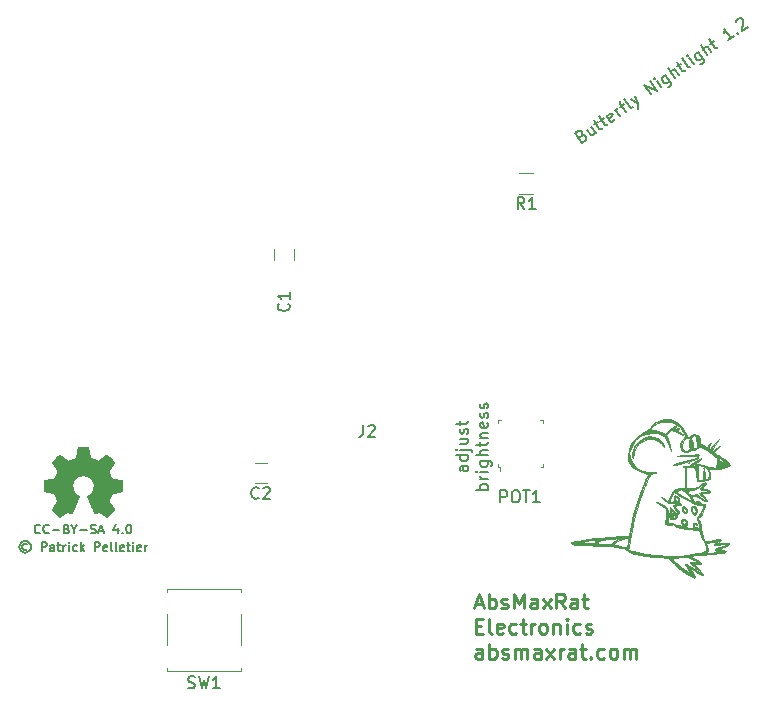
<source format=gto>
G04 #@! TF.FileFunction,Legend,Top*
%FSLAX46Y46*%
G04 Gerber Fmt 4.6, Leading zero omitted, Abs format (unit mm)*
G04 Created by KiCad (PCBNEW 4.0.7) date Thursday, March 22, 2018 'PMt' 09:38:06 PM*
%MOMM*%
%LPD*%
G01*
G04 APERTURE LIST*
%ADD10C,0.100000*%
%ADD11C,0.250000*%
%ADD12C,0.200000*%
%ADD13C,0.150000*%
%ADD14C,0.120000*%
%ADD15C,0.010000*%
G04 APERTURE END LIST*
D10*
D11*
X109238095Y-127833333D02*
X109833333Y-127833333D01*
X109119048Y-128190476D02*
X109535714Y-126940476D01*
X109952381Y-128190476D01*
X110369048Y-128190476D02*
X110369048Y-126940476D01*
X110369048Y-127416667D02*
X110488096Y-127357143D01*
X110726191Y-127357143D01*
X110845239Y-127416667D01*
X110904762Y-127476190D01*
X110964286Y-127595238D01*
X110964286Y-127952381D01*
X110904762Y-128071429D01*
X110845239Y-128130952D01*
X110726191Y-128190476D01*
X110488096Y-128190476D01*
X110369048Y-128130952D01*
X111440476Y-128130952D02*
X111559524Y-128190476D01*
X111797619Y-128190476D01*
X111916667Y-128130952D01*
X111976191Y-128011905D01*
X111976191Y-127952381D01*
X111916667Y-127833333D01*
X111797619Y-127773810D01*
X111619048Y-127773810D01*
X111500000Y-127714286D01*
X111440476Y-127595238D01*
X111440476Y-127535714D01*
X111500000Y-127416667D01*
X111619048Y-127357143D01*
X111797619Y-127357143D01*
X111916667Y-127416667D01*
X112511905Y-128190476D02*
X112511905Y-126940476D01*
X112928572Y-127833333D01*
X113345238Y-126940476D01*
X113345238Y-128190476D01*
X114476190Y-128190476D02*
X114476190Y-127535714D01*
X114416667Y-127416667D01*
X114297619Y-127357143D01*
X114059524Y-127357143D01*
X113940476Y-127416667D01*
X114476190Y-128130952D02*
X114357143Y-128190476D01*
X114059524Y-128190476D01*
X113940476Y-128130952D01*
X113880952Y-128011905D01*
X113880952Y-127892857D01*
X113940476Y-127773810D01*
X114059524Y-127714286D01*
X114357143Y-127714286D01*
X114476190Y-127654762D01*
X114952380Y-128190476D02*
X115607142Y-127357143D01*
X114952380Y-127357143D02*
X115607142Y-128190476D01*
X116797619Y-128190476D02*
X116380952Y-127595238D01*
X116083333Y-128190476D02*
X116083333Y-126940476D01*
X116559524Y-126940476D01*
X116678571Y-127000000D01*
X116738095Y-127059524D01*
X116797619Y-127178571D01*
X116797619Y-127357143D01*
X116738095Y-127476190D01*
X116678571Y-127535714D01*
X116559524Y-127595238D01*
X116083333Y-127595238D01*
X117869047Y-128190476D02*
X117869047Y-127535714D01*
X117809524Y-127416667D01*
X117690476Y-127357143D01*
X117452381Y-127357143D01*
X117333333Y-127416667D01*
X117869047Y-128130952D02*
X117750000Y-128190476D01*
X117452381Y-128190476D01*
X117333333Y-128130952D01*
X117273809Y-128011905D01*
X117273809Y-127892857D01*
X117333333Y-127773810D01*
X117452381Y-127714286D01*
X117750000Y-127714286D01*
X117869047Y-127654762D01*
X118285714Y-127357143D02*
X118761904Y-127357143D01*
X118464285Y-126940476D02*
X118464285Y-128011905D01*
X118523809Y-128130952D01*
X118642856Y-128190476D01*
X118761904Y-128190476D01*
X109297619Y-129660714D02*
X109714286Y-129660714D01*
X109892857Y-130315476D02*
X109297619Y-130315476D01*
X109297619Y-129065476D01*
X109892857Y-129065476D01*
X110607142Y-130315476D02*
X110488095Y-130255952D01*
X110428571Y-130136905D01*
X110428571Y-129065476D01*
X111559524Y-130255952D02*
X111440476Y-130315476D01*
X111202381Y-130315476D01*
X111083333Y-130255952D01*
X111023809Y-130136905D01*
X111023809Y-129660714D01*
X111083333Y-129541667D01*
X111202381Y-129482143D01*
X111440476Y-129482143D01*
X111559524Y-129541667D01*
X111619047Y-129660714D01*
X111619047Y-129779762D01*
X111023809Y-129898810D01*
X112690476Y-130255952D02*
X112571429Y-130315476D01*
X112333333Y-130315476D01*
X112214286Y-130255952D01*
X112154762Y-130196429D01*
X112095238Y-130077381D01*
X112095238Y-129720238D01*
X112154762Y-129601190D01*
X112214286Y-129541667D01*
X112333333Y-129482143D01*
X112571429Y-129482143D01*
X112690476Y-129541667D01*
X113047620Y-129482143D02*
X113523810Y-129482143D01*
X113226191Y-129065476D02*
X113226191Y-130136905D01*
X113285715Y-130255952D01*
X113404762Y-130315476D01*
X113523810Y-130315476D01*
X113940477Y-130315476D02*
X113940477Y-129482143D01*
X113940477Y-129720238D02*
X114000001Y-129601190D01*
X114059525Y-129541667D01*
X114178572Y-129482143D01*
X114297620Y-129482143D01*
X114892858Y-130315476D02*
X114773811Y-130255952D01*
X114714287Y-130196429D01*
X114654763Y-130077381D01*
X114654763Y-129720238D01*
X114714287Y-129601190D01*
X114773811Y-129541667D01*
X114892858Y-129482143D01*
X115071430Y-129482143D01*
X115190478Y-129541667D01*
X115250001Y-129601190D01*
X115309525Y-129720238D01*
X115309525Y-130077381D01*
X115250001Y-130196429D01*
X115190478Y-130255952D01*
X115071430Y-130315476D01*
X114892858Y-130315476D01*
X115845239Y-129482143D02*
X115845239Y-130315476D01*
X115845239Y-129601190D02*
X115904763Y-129541667D01*
X116023810Y-129482143D01*
X116202382Y-129482143D01*
X116321430Y-129541667D01*
X116380953Y-129660714D01*
X116380953Y-130315476D01*
X116976191Y-130315476D02*
X116976191Y-129482143D01*
X116976191Y-129065476D02*
X116916667Y-129125000D01*
X116976191Y-129184524D01*
X117035715Y-129125000D01*
X116976191Y-129065476D01*
X116976191Y-129184524D01*
X118107143Y-130255952D02*
X117988096Y-130315476D01*
X117750000Y-130315476D01*
X117630953Y-130255952D01*
X117571429Y-130196429D01*
X117511905Y-130077381D01*
X117511905Y-129720238D01*
X117571429Y-129601190D01*
X117630953Y-129541667D01*
X117750000Y-129482143D01*
X117988096Y-129482143D01*
X118107143Y-129541667D01*
X118583334Y-130255952D02*
X118702382Y-130315476D01*
X118940477Y-130315476D01*
X119059525Y-130255952D01*
X119119049Y-130136905D01*
X119119049Y-130077381D01*
X119059525Y-129958333D01*
X118940477Y-129898810D01*
X118761906Y-129898810D01*
X118642858Y-129839286D01*
X118583334Y-129720238D01*
X118583334Y-129660714D01*
X118642858Y-129541667D01*
X118761906Y-129482143D01*
X118940477Y-129482143D01*
X119059525Y-129541667D01*
X109833333Y-132440476D02*
X109833333Y-131785714D01*
X109773810Y-131666667D01*
X109654762Y-131607143D01*
X109416667Y-131607143D01*
X109297619Y-131666667D01*
X109833333Y-132380952D02*
X109714286Y-132440476D01*
X109416667Y-132440476D01*
X109297619Y-132380952D01*
X109238095Y-132261905D01*
X109238095Y-132142857D01*
X109297619Y-132023810D01*
X109416667Y-131964286D01*
X109714286Y-131964286D01*
X109833333Y-131904762D01*
X110428571Y-132440476D02*
X110428571Y-131190476D01*
X110428571Y-131666667D02*
X110547619Y-131607143D01*
X110785714Y-131607143D01*
X110904762Y-131666667D01*
X110964285Y-131726190D01*
X111023809Y-131845238D01*
X111023809Y-132202381D01*
X110964285Y-132321429D01*
X110904762Y-132380952D01*
X110785714Y-132440476D01*
X110547619Y-132440476D01*
X110428571Y-132380952D01*
X111499999Y-132380952D02*
X111619047Y-132440476D01*
X111857142Y-132440476D01*
X111976190Y-132380952D01*
X112035714Y-132261905D01*
X112035714Y-132202381D01*
X111976190Y-132083333D01*
X111857142Y-132023810D01*
X111678571Y-132023810D01*
X111559523Y-131964286D01*
X111499999Y-131845238D01*
X111499999Y-131785714D01*
X111559523Y-131666667D01*
X111678571Y-131607143D01*
X111857142Y-131607143D01*
X111976190Y-131666667D01*
X112571428Y-132440476D02*
X112571428Y-131607143D01*
X112571428Y-131726190D02*
X112630952Y-131666667D01*
X112749999Y-131607143D01*
X112928571Y-131607143D01*
X113047619Y-131666667D01*
X113107142Y-131785714D01*
X113107142Y-132440476D01*
X113107142Y-131785714D02*
X113166666Y-131666667D01*
X113285714Y-131607143D01*
X113464285Y-131607143D01*
X113583333Y-131666667D01*
X113642857Y-131785714D01*
X113642857Y-132440476D01*
X114773809Y-132440476D02*
X114773809Y-131785714D01*
X114714286Y-131666667D01*
X114595238Y-131607143D01*
X114357143Y-131607143D01*
X114238095Y-131666667D01*
X114773809Y-132380952D02*
X114654762Y-132440476D01*
X114357143Y-132440476D01*
X114238095Y-132380952D01*
X114178571Y-132261905D01*
X114178571Y-132142857D01*
X114238095Y-132023810D01*
X114357143Y-131964286D01*
X114654762Y-131964286D01*
X114773809Y-131904762D01*
X115249999Y-132440476D02*
X115904761Y-131607143D01*
X115249999Y-131607143D02*
X115904761Y-132440476D01*
X116380952Y-132440476D02*
X116380952Y-131607143D01*
X116380952Y-131845238D02*
X116440476Y-131726190D01*
X116500000Y-131666667D01*
X116619047Y-131607143D01*
X116738095Y-131607143D01*
X117690476Y-132440476D02*
X117690476Y-131785714D01*
X117630953Y-131666667D01*
X117511905Y-131607143D01*
X117273810Y-131607143D01*
X117154762Y-131666667D01*
X117690476Y-132380952D02*
X117571429Y-132440476D01*
X117273810Y-132440476D01*
X117154762Y-132380952D01*
X117095238Y-132261905D01*
X117095238Y-132142857D01*
X117154762Y-132023810D01*
X117273810Y-131964286D01*
X117571429Y-131964286D01*
X117690476Y-131904762D01*
X118107143Y-131607143D02*
X118583333Y-131607143D01*
X118285714Y-131190476D02*
X118285714Y-132261905D01*
X118345238Y-132380952D01*
X118464285Y-132440476D01*
X118583333Y-132440476D01*
X119000000Y-132321429D02*
X119059524Y-132380952D01*
X119000000Y-132440476D01*
X118940476Y-132380952D01*
X119000000Y-132321429D01*
X119000000Y-132440476D01*
X120130952Y-132380952D02*
X120011905Y-132440476D01*
X119773809Y-132440476D01*
X119654762Y-132380952D01*
X119595238Y-132321429D01*
X119535714Y-132202381D01*
X119535714Y-131845238D01*
X119595238Y-131726190D01*
X119654762Y-131666667D01*
X119773809Y-131607143D01*
X120011905Y-131607143D01*
X120130952Y-131666667D01*
X120845238Y-132440476D02*
X120726191Y-132380952D01*
X120666667Y-132321429D01*
X120607143Y-132202381D01*
X120607143Y-131845238D01*
X120666667Y-131726190D01*
X120726191Y-131666667D01*
X120845238Y-131607143D01*
X121023810Y-131607143D01*
X121142858Y-131666667D01*
X121202381Y-131726190D01*
X121261905Y-131845238D01*
X121261905Y-132202381D01*
X121202381Y-132321429D01*
X121142858Y-132380952D01*
X121023810Y-132440476D01*
X120845238Y-132440476D01*
X121797619Y-132440476D02*
X121797619Y-131607143D01*
X121797619Y-131726190D02*
X121857143Y-131666667D01*
X121976190Y-131607143D01*
X122154762Y-131607143D01*
X122273810Y-131666667D01*
X122333333Y-131785714D01*
X122333333Y-132440476D01*
X122333333Y-131785714D02*
X122392857Y-131666667D01*
X122511905Y-131607143D01*
X122690476Y-131607143D01*
X122809524Y-131666667D01*
X122869048Y-131785714D01*
X122869048Y-132440476D01*
D12*
X108602381Y-116119047D02*
X108078571Y-116119047D01*
X107983333Y-116166666D01*
X107935714Y-116261904D01*
X107935714Y-116452381D01*
X107983333Y-116547619D01*
X108554762Y-116119047D02*
X108602381Y-116214285D01*
X108602381Y-116452381D01*
X108554762Y-116547619D01*
X108459524Y-116595238D01*
X108364286Y-116595238D01*
X108269048Y-116547619D01*
X108221429Y-116452381D01*
X108221429Y-116214285D01*
X108173810Y-116119047D01*
X108602381Y-115214285D02*
X107602381Y-115214285D01*
X108554762Y-115214285D02*
X108602381Y-115309523D01*
X108602381Y-115500000D01*
X108554762Y-115595238D01*
X108507143Y-115642857D01*
X108411905Y-115690476D01*
X108126190Y-115690476D01*
X108030952Y-115642857D01*
X107983333Y-115595238D01*
X107935714Y-115500000D01*
X107935714Y-115309523D01*
X107983333Y-115214285D01*
X107935714Y-114738095D02*
X108792857Y-114738095D01*
X108888095Y-114785714D01*
X108935714Y-114880952D01*
X108935714Y-114928571D01*
X107602381Y-114738095D02*
X107650000Y-114785714D01*
X107697619Y-114738095D01*
X107650000Y-114690476D01*
X107602381Y-114738095D01*
X107697619Y-114738095D01*
X107935714Y-113833333D02*
X108602381Y-113833333D01*
X107935714Y-114261905D02*
X108459524Y-114261905D01*
X108554762Y-114214286D01*
X108602381Y-114119048D01*
X108602381Y-113976190D01*
X108554762Y-113880952D01*
X108507143Y-113833333D01*
X108554762Y-113404762D02*
X108602381Y-113309524D01*
X108602381Y-113119048D01*
X108554762Y-113023809D01*
X108459524Y-112976190D01*
X108411905Y-112976190D01*
X108316667Y-113023809D01*
X108269048Y-113119048D01*
X108269048Y-113261905D01*
X108221429Y-113357143D01*
X108126190Y-113404762D01*
X108078571Y-113404762D01*
X107983333Y-113357143D01*
X107935714Y-113261905D01*
X107935714Y-113119048D01*
X107983333Y-113023809D01*
X107935714Y-112690476D02*
X107935714Y-112309524D01*
X107602381Y-112547619D02*
X108459524Y-112547619D01*
X108554762Y-112500000D01*
X108602381Y-112404762D01*
X108602381Y-112309524D01*
X110302381Y-118142858D02*
X109302381Y-118142858D01*
X109683333Y-118142858D02*
X109635714Y-118047620D01*
X109635714Y-117857143D01*
X109683333Y-117761905D01*
X109730952Y-117714286D01*
X109826190Y-117666667D01*
X110111905Y-117666667D01*
X110207143Y-117714286D01*
X110254762Y-117761905D01*
X110302381Y-117857143D01*
X110302381Y-118047620D01*
X110254762Y-118142858D01*
X110302381Y-117238096D02*
X109635714Y-117238096D01*
X109826190Y-117238096D02*
X109730952Y-117190477D01*
X109683333Y-117142858D01*
X109635714Y-117047620D01*
X109635714Y-116952381D01*
X110302381Y-116619048D02*
X109635714Y-116619048D01*
X109302381Y-116619048D02*
X109350000Y-116666667D01*
X109397619Y-116619048D01*
X109350000Y-116571429D01*
X109302381Y-116619048D01*
X109397619Y-116619048D01*
X109635714Y-115714286D02*
X110445238Y-115714286D01*
X110540476Y-115761905D01*
X110588095Y-115809524D01*
X110635714Y-115904763D01*
X110635714Y-116047620D01*
X110588095Y-116142858D01*
X110254762Y-115714286D02*
X110302381Y-115809524D01*
X110302381Y-116000001D01*
X110254762Y-116095239D01*
X110207143Y-116142858D01*
X110111905Y-116190477D01*
X109826190Y-116190477D01*
X109730952Y-116142858D01*
X109683333Y-116095239D01*
X109635714Y-116000001D01*
X109635714Y-115809524D01*
X109683333Y-115714286D01*
X110302381Y-115238096D02*
X109302381Y-115238096D01*
X110302381Y-114809524D02*
X109778571Y-114809524D01*
X109683333Y-114857143D01*
X109635714Y-114952381D01*
X109635714Y-115095239D01*
X109683333Y-115190477D01*
X109730952Y-115238096D01*
X109635714Y-114476191D02*
X109635714Y-114095239D01*
X109302381Y-114333334D02*
X110159524Y-114333334D01*
X110254762Y-114285715D01*
X110302381Y-114190477D01*
X110302381Y-114095239D01*
X109635714Y-113761905D02*
X110302381Y-113761905D01*
X109730952Y-113761905D02*
X109683333Y-113714286D01*
X109635714Y-113619048D01*
X109635714Y-113476190D01*
X109683333Y-113380952D01*
X109778571Y-113333333D01*
X110302381Y-113333333D01*
X110254762Y-112476190D02*
X110302381Y-112571428D01*
X110302381Y-112761905D01*
X110254762Y-112857143D01*
X110159524Y-112904762D01*
X109778571Y-112904762D01*
X109683333Y-112857143D01*
X109635714Y-112761905D01*
X109635714Y-112571428D01*
X109683333Y-112476190D01*
X109778571Y-112428571D01*
X109873810Y-112428571D01*
X109969048Y-112904762D01*
X110254762Y-112047619D02*
X110302381Y-111952381D01*
X110302381Y-111761905D01*
X110254762Y-111666666D01*
X110159524Y-111619047D01*
X110111905Y-111619047D01*
X110016667Y-111666666D01*
X109969048Y-111761905D01*
X109969048Y-111904762D01*
X109921429Y-112000000D01*
X109826190Y-112047619D01*
X109778571Y-112047619D01*
X109683333Y-112000000D01*
X109635714Y-111904762D01*
X109635714Y-111761905D01*
X109683333Y-111666666D01*
X110254762Y-111238095D02*
X110302381Y-111142857D01*
X110302381Y-110952381D01*
X110254762Y-110857142D01*
X110159524Y-110809523D01*
X110111905Y-110809523D01*
X110016667Y-110857142D01*
X109969048Y-110952381D01*
X109969048Y-111095238D01*
X109921429Y-111190476D01*
X109826190Y-111238095D01*
X109778571Y-111238095D01*
X109683333Y-111190476D01*
X109635714Y-111095238D01*
X109635714Y-110952381D01*
X109683333Y-110857142D01*
X118230280Y-88153010D02*
X118374615Y-88110078D01*
X118440936Y-88121773D01*
X118534569Y-88172474D01*
X118616509Y-88289496D01*
X118632128Y-88394823D01*
X118620434Y-88461144D01*
X118569732Y-88554777D01*
X118257674Y-88773283D01*
X117684097Y-87954131D01*
X117957149Y-87762938D01*
X118062476Y-87747319D01*
X118128797Y-87759013D01*
X118222430Y-87809715D01*
X118277056Y-87887729D01*
X118292675Y-87993056D01*
X118280981Y-88059377D01*
X118230280Y-88153010D01*
X117957229Y-88344203D01*
X119045507Y-87407786D02*
X119427892Y-87953888D01*
X118694441Y-87653605D02*
X118994887Y-88082685D01*
X119088520Y-88133386D01*
X119193848Y-88117767D01*
X119310870Y-88035827D01*
X119361571Y-87942194D01*
X119373265Y-87875873D01*
X119318557Y-87216594D02*
X119630615Y-86998089D01*
X119244387Y-86861604D02*
X119736024Y-87563735D01*
X119829658Y-87614436D01*
X119934985Y-87598817D01*
X120013000Y-87544191D01*
X119786645Y-86888836D02*
X120098702Y-86670331D01*
X119712474Y-86533846D02*
X120204111Y-87235976D01*
X120297745Y-87286678D01*
X120403072Y-87271059D01*
X120481087Y-87216432D01*
X121038883Y-86767727D02*
X120988182Y-86861360D01*
X120832152Y-86970614D01*
X120726825Y-86986233D01*
X120633191Y-86935531D01*
X120414686Y-86623473D01*
X120399067Y-86518145D01*
X120449768Y-86424512D01*
X120605798Y-86315259D01*
X120711125Y-86299640D01*
X120804759Y-86350341D01*
X120859385Y-86428356D01*
X120523939Y-86779503D01*
X121456268Y-86533603D02*
X121073884Y-85987501D01*
X121183137Y-86143530D02*
X121167517Y-86038202D01*
X121179212Y-85971882D01*
X121229913Y-85878249D01*
X121307928Y-85823622D01*
X121463957Y-85714369D02*
X121776014Y-85495864D01*
X121963363Y-86178531D02*
X121471726Y-85476401D01*
X121456107Y-85371073D01*
X121506808Y-85277440D01*
X121584822Y-85222814D01*
X122548472Y-85768834D02*
X122443144Y-85784453D01*
X122349511Y-85733752D01*
X121857874Y-85031621D01*
X122400131Y-85058853D02*
X122977552Y-85468389D01*
X122790204Y-84785721D02*
X122977552Y-85468389D01*
X123036103Y-85718051D01*
X123024409Y-85784371D01*
X122973708Y-85878005D01*
X124108762Y-84676307D02*
X123535186Y-83857155D01*
X124576849Y-84348548D01*
X124003273Y-83529396D01*
X124966921Y-84075417D02*
X124584537Y-83529315D01*
X124393345Y-83256265D02*
X124381651Y-83322585D01*
X124447971Y-83334279D01*
X124459665Y-83267959D01*
X124393345Y-83256265D01*
X124447971Y-83334279D01*
X125325675Y-83010365D02*
X125789999Y-83673488D01*
X125805618Y-83778816D01*
X125793924Y-83845136D01*
X125743221Y-83938770D01*
X125626200Y-84020710D01*
X125520872Y-84036329D01*
X125680746Y-83517460D02*
X125630045Y-83611093D01*
X125474015Y-83720346D01*
X125368688Y-83735965D01*
X125302367Y-83724271D01*
X125208734Y-83673570D01*
X125044854Y-83439526D01*
X125029235Y-83334198D01*
X125040929Y-83267878D01*
X125091631Y-83174245D01*
X125247660Y-83064992D01*
X125352988Y-83049372D01*
X126098131Y-83283336D02*
X125524555Y-82464183D01*
X126449197Y-83037517D02*
X126148752Y-82608437D01*
X126055118Y-82557735D01*
X125949791Y-82573355D01*
X125832768Y-82655294D01*
X125782067Y-82748928D01*
X125770373Y-82815248D01*
X126339863Y-82300223D02*
X126651920Y-82081718D01*
X126265692Y-81945233D02*
X126757329Y-82647364D01*
X126850963Y-82698065D01*
X126956290Y-82682446D01*
X127034305Y-82627820D01*
X127424378Y-82354688D02*
X127319050Y-82370307D01*
X127225417Y-82319606D01*
X126733780Y-81617475D01*
X127736436Y-82136182D02*
X127354052Y-81590080D01*
X127162860Y-81317030D02*
X127151166Y-81383350D01*
X127217486Y-81395044D01*
X127229180Y-81328724D01*
X127162860Y-81317030D01*
X127217486Y-81395044D01*
X128095189Y-81071130D02*
X128559513Y-81734254D01*
X128575132Y-81839581D01*
X128563438Y-81905901D01*
X128512736Y-81999535D01*
X128395714Y-82081475D01*
X128290387Y-82097094D01*
X128450261Y-81578225D02*
X128399559Y-81671858D01*
X128243530Y-81781111D01*
X128138202Y-81796730D01*
X128071882Y-81785036D01*
X127978248Y-81734335D01*
X127814369Y-81500291D01*
X127798750Y-81394963D01*
X127810444Y-81328643D01*
X127861145Y-81235010D01*
X128017175Y-81125757D01*
X128122502Y-81110137D01*
X128867646Y-81344101D02*
X128294069Y-80524949D01*
X129218711Y-81098282D02*
X128918266Y-80669202D01*
X128824633Y-80618500D01*
X128719305Y-80634120D01*
X128602283Y-80716060D01*
X128551582Y-80809693D01*
X128539887Y-80876013D01*
X129109377Y-80360988D02*
X129421435Y-80142483D01*
X129035207Y-80005998D02*
X129526844Y-80708129D01*
X129620477Y-80758830D01*
X129725805Y-80743211D01*
X129803819Y-80688585D01*
X131130067Y-79759936D02*
X130661979Y-80087695D01*
X130896023Y-79923816D02*
X130322446Y-79104664D01*
X130326371Y-79276312D01*
X130302983Y-79408952D01*
X130252282Y-79502586D01*
X131426505Y-79436104D02*
X131492826Y-79447798D01*
X131481131Y-79514118D01*
X131414811Y-79502424D01*
X131426505Y-79436104D01*
X131481131Y-79514118D01*
X131313246Y-78527162D02*
X131324940Y-78460842D01*
X131375641Y-78367208D01*
X131570678Y-78230642D01*
X131676006Y-78215023D01*
X131742326Y-78226717D01*
X131835960Y-78277418D01*
X131890586Y-78355433D01*
X131933518Y-78499768D01*
X131793189Y-79295613D01*
X132300283Y-78940542D01*
D13*
X71250000Y-122767857D02*
X71178572Y-122732143D01*
X71035715Y-122732143D01*
X70964286Y-122767857D01*
X70892857Y-122839286D01*
X70857143Y-122910714D01*
X70857143Y-123053571D01*
X70892857Y-123125000D01*
X70964286Y-123196429D01*
X71035715Y-123232143D01*
X71178572Y-123232143D01*
X71250000Y-123196429D01*
X71107143Y-122482143D02*
X70928572Y-122517857D01*
X70750000Y-122625000D01*
X70642857Y-122803571D01*
X70607143Y-122982143D01*
X70642857Y-123160714D01*
X70750000Y-123339286D01*
X70928572Y-123446429D01*
X71107143Y-123482143D01*
X71285715Y-123446429D01*
X71464286Y-123339286D01*
X71571429Y-123160714D01*
X71607143Y-122982143D01*
X71571429Y-122803571D01*
X71464286Y-122625000D01*
X71285715Y-122517857D01*
X71107143Y-122482143D01*
X72500000Y-123339286D02*
X72500000Y-122589286D01*
X72785715Y-122589286D01*
X72857143Y-122625000D01*
X72892858Y-122660714D01*
X72928572Y-122732143D01*
X72928572Y-122839286D01*
X72892858Y-122910714D01*
X72857143Y-122946429D01*
X72785715Y-122982143D01*
X72500000Y-122982143D01*
X73571429Y-123339286D02*
X73571429Y-122946429D01*
X73535715Y-122875000D01*
X73464286Y-122839286D01*
X73321429Y-122839286D01*
X73250000Y-122875000D01*
X73571429Y-123303571D02*
X73500000Y-123339286D01*
X73321429Y-123339286D01*
X73250000Y-123303571D01*
X73214286Y-123232143D01*
X73214286Y-123160714D01*
X73250000Y-123089286D01*
X73321429Y-123053571D01*
X73500000Y-123053571D01*
X73571429Y-123017857D01*
X73821429Y-122839286D02*
X74107143Y-122839286D01*
X73928571Y-122589286D02*
X73928571Y-123232143D01*
X73964286Y-123303571D01*
X74035714Y-123339286D01*
X74107143Y-123339286D01*
X74357142Y-123339286D02*
X74357142Y-122839286D01*
X74357142Y-122982143D02*
X74392857Y-122910714D01*
X74428571Y-122875000D01*
X74500000Y-122839286D01*
X74571428Y-122839286D01*
X74821428Y-123339286D02*
X74821428Y-122839286D01*
X74821428Y-122589286D02*
X74785714Y-122625000D01*
X74821428Y-122660714D01*
X74857143Y-122625000D01*
X74821428Y-122589286D01*
X74821428Y-122660714D01*
X75500000Y-123303571D02*
X75428571Y-123339286D01*
X75285714Y-123339286D01*
X75214286Y-123303571D01*
X75178571Y-123267857D01*
X75142857Y-123196429D01*
X75142857Y-122982143D01*
X75178571Y-122910714D01*
X75214286Y-122875000D01*
X75285714Y-122839286D01*
X75428571Y-122839286D01*
X75500000Y-122875000D01*
X75821428Y-123339286D02*
X75821428Y-122589286D01*
X75892857Y-123053571D02*
X76107143Y-123339286D01*
X76107143Y-122839286D02*
X75821428Y-123125000D01*
X77000000Y-123339286D02*
X77000000Y-122589286D01*
X77285715Y-122589286D01*
X77357143Y-122625000D01*
X77392858Y-122660714D01*
X77428572Y-122732143D01*
X77428572Y-122839286D01*
X77392858Y-122910714D01*
X77357143Y-122946429D01*
X77285715Y-122982143D01*
X77000000Y-122982143D01*
X78035715Y-123303571D02*
X77964286Y-123339286D01*
X77821429Y-123339286D01*
X77750000Y-123303571D01*
X77714286Y-123232143D01*
X77714286Y-122946429D01*
X77750000Y-122875000D01*
X77821429Y-122839286D01*
X77964286Y-122839286D01*
X78035715Y-122875000D01*
X78071429Y-122946429D01*
X78071429Y-123017857D01*
X77714286Y-123089286D01*
X78500000Y-123339286D02*
X78428572Y-123303571D01*
X78392857Y-123232143D01*
X78392857Y-122589286D01*
X78892857Y-123339286D02*
X78821429Y-123303571D01*
X78785714Y-123232143D01*
X78785714Y-122589286D01*
X79464286Y-123303571D02*
X79392857Y-123339286D01*
X79250000Y-123339286D01*
X79178571Y-123303571D01*
X79142857Y-123232143D01*
X79142857Y-122946429D01*
X79178571Y-122875000D01*
X79250000Y-122839286D01*
X79392857Y-122839286D01*
X79464286Y-122875000D01*
X79500000Y-122946429D01*
X79500000Y-123017857D01*
X79142857Y-123089286D01*
X79714286Y-122839286D02*
X80000000Y-122839286D01*
X79821428Y-122589286D02*
X79821428Y-123232143D01*
X79857143Y-123303571D01*
X79928571Y-123339286D01*
X80000000Y-123339286D01*
X80249999Y-123339286D02*
X80249999Y-122839286D01*
X80249999Y-122589286D02*
X80214285Y-122625000D01*
X80249999Y-122660714D01*
X80285714Y-122625000D01*
X80249999Y-122589286D01*
X80249999Y-122660714D01*
X80892857Y-123303571D02*
X80821428Y-123339286D01*
X80678571Y-123339286D01*
X80607142Y-123303571D01*
X80571428Y-123232143D01*
X80571428Y-122946429D01*
X80607142Y-122875000D01*
X80678571Y-122839286D01*
X80821428Y-122839286D01*
X80892857Y-122875000D01*
X80928571Y-122946429D01*
X80928571Y-123017857D01*
X80571428Y-123089286D01*
X81249999Y-123339286D02*
X81249999Y-122839286D01*
X81249999Y-122982143D02*
X81285714Y-122910714D01*
X81321428Y-122875000D01*
X81392857Y-122839286D01*
X81464285Y-122839286D01*
X72375000Y-121767857D02*
X72339286Y-121803571D01*
X72232143Y-121839286D01*
X72160714Y-121839286D01*
X72053571Y-121803571D01*
X71982143Y-121732143D01*
X71946428Y-121660714D01*
X71910714Y-121517857D01*
X71910714Y-121410714D01*
X71946428Y-121267857D01*
X71982143Y-121196429D01*
X72053571Y-121125000D01*
X72160714Y-121089286D01*
X72232143Y-121089286D01*
X72339286Y-121125000D01*
X72375000Y-121160714D01*
X73125000Y-121767857D02*
X73089286Y-121803571D01*
X72982143Y-121839286D01*
X72910714Y-121839286D01*
X72803571Y-121803571D01*
X72732143Y-121732143D01*
X72696428Y-121660714D01*
X72660714Y-121517857D01*
X72660714Y-121410714D01*
X72696428Y-121267857D01*
X72732143Y-121196429D01*
X72803571Y-121125000D01*
X72910714Y-121089286D01*
X72982143Y-121089286D01*
X73089286Y-121125000D01*
X73125000Y-121160714D01*
X73446428Y-121553571D02*
X74017857Y-121553571D01*
X74624999Y-121446429D02*
X74732142Y-121482143D01*
X74767857Y-121517857D01*
X74803571Y-121589286D01*
X74803571Y-121696429D01*
X74767857Y-121767857D01*
X74732142Y-121803571D01*
X74660714Y-121839286D01*
X74374999Y-121839286D01*
X74374999Y-121089286D01*
X74624999Y-121089286D01*
X74696428Y-121125000D01*
X74732142Y-121160714D01*
X74767857Y-121232143D01*
X74767857Y-121303571D01*
X74732142Y-121375000D01*
X74696428Y-121410714D01*
X74624999Y-121446429D01*
X74374999Y-121446429D01*
X75267857Y-121482143D02*
X75267857Y-121839286D01*
X75017857Y-121089286D02*
X75267857Y-121482143D01*
X75517857Y-121089286D01*
X75767856Y-121553571D02*
X76339285Y-121553571D01*
X76660713Y-121803571D02*
X76767856Y-121839286D01*
X76946427Y-121839286D01*
X77017856Y-121803571D01*
X77053570Y-121767857D01*
X77089285Y-121696429D01*
X77089285Y-121625000D01*
X77053570Y-121553571D01*
X77017856Y-121517857D01*
X76946427Y-121482143D01*
X76803570Y-121446429D01*
X76732142Y-121410714D01*
X76696427Y-121375000D01*
X76660713Y-121303571D01*
X76660713Y-121232143D01*
X76696427Y-121160714D01*
X76732142Y-121125000D01*
X76803570Y-121089286D01*
X76982142Y-121089286D01*
X77089285Y-121125000D01*
X77374999Y-121625000D02*
X77732142Y-121625000D01*
X77303571Y-121839286D02*
X77553571Y-121089286D01*
X77803571Y-121839286D01*
X78946428Y-121339286D02*
X78946428Y-121839286D01*
X78767857Y-121053571D02*
X78589285Y-121589286D01*
X79053571Y-121589286D01*
X79339285Y-121767857D02*
X79375000Y-121803571D01*
X79339285Y-121839286D01*
X79303571Y-121803571D01*
X79339285Y-121767857D01*
X79339285Y-121839286D01*
X79839286Y-121089286D02*
X79910714Y-121089286D01*
X79982143Y-121125000D01*
X80017857Y-121160714D01*
X80053571Y-121232143D01*
X80089286Y-121375000D01*
X80089286Y-121553571D01*
X80053571Y-121696429D01*
X80017857Y-121767857D01*
X79982143Y-121803571D01*
X79910714Y-121839286D01*
X79839286Y-121839286D01*
X79767857Y-121803571D01*
X79732143Y-121767857D01*
X79696428Y-121696429D01*
X79660714Y-121553571D01*
X79660714Y-121375000D01*
X79696428Y-121232143D01*
X79732143Y-121160714D01*
X79767857Y-121125000D01*
X79839286Y-121089286D01*
D14*
X112953006Y-91345640D02*
X114153006Y-91345640D01*
X114153006Y-93105640D02*
X112953006Y-93105640D01*
X93903006Y-98725640D02*
X93903006Y-97725640D01*
X92203006Y-97725640D02*
X92203006Y-98725640D01*
X90553006Y-117575640D02*
X91553006Y-117575640D01*
X91553006Y-115875640D02*
X90553006Y-115875640D01*
D10*
X111153006Y-112225640D02*
X111153006Y-112475640D01*
X111153006Y-112225640D02*
X111403006Y-112225640D01*
X114953006Y-112225640D02*
X114953006Y-112475640D01*
X114953006Y-112225640D02*
X114703006Y-112225640D01*
X114953006Y-116225640D02*
X114753006Y-116225640D01*
X114953006Y-116225640D02*
X114953006Y-115975640D01*
X111153006Y-115975640D02*
X111153006Y-116225640D01*
X111153006Y-116225640D02*
X111353006Y-116225640D01*
X111353006Y-116225640D02*
X111353006Y-116575640D01*
D15*
G36*
X76555814Y-114968931D02*
X76639635Y-115413555D01*
X76948920Y-115541053D01*
X77258206Y-115668551D01*
X77629246Y-115416246D01*
X77733157Y-115345996D01*
X77827087Y-115283272D01*
X77906652Y-115230938D01*
X77967470Y-115191857D01*
X78005157Y-115168893D01*
X78015421Y-115163942D01*
X78033910Y-115176676D01*
X78073420Y-115211882D01*
X78129522Y-115265062D01*
X78197787Y-115331718D01*
X78273786Y-115407354D01*
X78353092Y-115487472D01*
X78431275Y-115567574D01*
X78503907Y-115643164D01*
X78566559Y-115709745D01*
X78614803Y-115762818D01*
X78644210Y-115797887D01*
X78651241Y-115809623D01*
X78641123Y-115831260D01*
X78612759Y-115878662D01*
X78569129Y-115947193D01*
X78513218Y-116032215D01*
X78448006Y-116129093D01*
X78410219Y-116184350D01*
X78341343Y-116285248D01*
X78280140Y-116376299D01*
X78229578Y-116452970D01*
X78192628Y-116510728D01*
X78172258Y-116545043D01*
X78169197Y-116552254D01*
X78176136Y-116572748D01*
X78195051Y-116620513D01*
X78223087Y-116688832D01*
X78257391Y-116770989D01*
X78295109Y-116860270D01*
X78333387Y-116949958D01*
X78369370Y-117033338D01*
X78400206Y-117103694D01*
X78423039Y-117154310D01*
X78435017Y-117178471D01*
X78435724Y-117179422D01*
X78454531Y-117184036D01*
X78504618Y-117194328D01*
X78580793Y-117209287D01*
X78677865Y-117227901D01*
X78790643Y-117249159D01*
X78856442Y-117261418D01*
X78976950Y-117284362D01*
X79085797Y-117306195D01*
X79177476Y-117325722D01*
X79246481Y-117341748D01*
X79287304Y-117353079D01*
X79295511Y-117356674D01*
X79303548Y-117381006D01*
X79310033Y-117435959D01*
X79314970Y-117515108D01*
X79318364Y-117612026D01*
X79320218Y-117720287D01*
X79320538Y-117833465D01*
X79319327Y-117945135D01*
X79316590Y-118048868D01*
X79312331Y-118138241D01*
X79306555Y-118206826D01*
X79299267Y-118248197D01*
X79294895Y-118256810D01*
X79268764Y-118267133D01*
X79213393Y-118281892D01*
X79136107Y-118299352D01*
X79044230Y-118317780D01*
X79012158Y-118323741D01*
X78857524Y-118352066D01*
X78735375Y-118374876D01*
X78641673Y-118393080D01*
X78572384Y-118407583D01*
X78523471Y-118419292D01*
X78490897Y-118429115D01*
X78470628Y-118437956D01*
X78458626Y-118446724D01*
X78456947Y-118448457D01*
X78440184Y-118476371D01*
X78414614Y-118530695D01*
X78382788Y-118604777D01*
X78347260Y-118691965D01*
X78310583Y-118785608D01*
X78275311Y-118879052D01*
X78243996Y-118965647D01*
X78219193Y-119038740D01*
X78203454Y-119091678D01*
X78199332Y-119117811D01*
X78199676Y-119118726D01*
X78213641Y-119140086D01*
X78245322Y-119187084D01*
X78291391Y-119254827D01*
X78348518Y-119338423D01*
X78413373Y-119432982D01*
X78431843Y-119459854D01*
X78497699Y-119557275D01*
X78555650Y-119646163D01*
X78602538Y-119721412D01*
X78635207Y-119777920D01*
X78650500Y-119810581D01*
X78651241Y-119814593D01*
X78638392Y-119835684D01*
X78602888Y-119877464D01*
X78549293Y-119935445D01*
X78482171Y-120005135D01*
X78406087Y-120082045D01*
X78325604Y-120161683D01*
X78245287Y-120239561D01*
X78169699Y-120311186D01*
X78103405Y-120372070D01*
X78050969Y-120417721D01*
X78016955Y-120443650D01*
X78007545Y-120447883D01*
X77985643Y-120437912D01*
X77940800Y-120411020D01*
X77880321Y-120371736D01*
X77833789Y-120340117D01*
X77749475Y-120282098D01*
X77649626Y-120213784D01*
X77549473Y-120145579D01*
X77495627Y-120109075D01*
X77313371Y-119985800D01*
X77160381Y-120068520D01*
X77090682Y-120104759D01*
X77031414Y-120132926D01*
X76991311Y-120148991D01*
X76981103Y-120151226D01*
X76968829Y-120134722D01*
X76944613Y-120088082D01*
X76910263Y-120015609D01*
X76867588Y-119921606D01*
X76818394Y-119810374D01*
X76764490Y-119686215D01*
X76707684Y-119553432D01*
X76649782Y-119416327D01*
X76592593Y-119279202D01*
X76537924Y-119146358D01*
X76487584Y-119022098D01*
X76443380Y-118910725D01*
X76407119Y-118816539D01*
X76380609Y-118743844D01*
X76365658Y-118696941D01*
X76363254Y-118680833D01*
X76382311Y-118660286D01*
X76424036Y-118626933D01*
X76479706Y-118587702D01*
X76484378Y-118584599D01*
X76628264Y-118469423D01*
X76744283Y-118335053D01*
X76831430Y-118185784D01*
X76888699Y-118025913D01*
X76915086Y-117859737D01*
X76909585Y-117691552D01*
X76871190Y-117525655D01*
X76798895Y-117366342D01*
X76777626Y-117331487D01*
X76666996Y-117190737D01*
X76536302Y-117077714D01*
X76390064Y-116993003D01*
X76232808Y-116937194D01*
X76069057Y-116910874D01*
X75903333Y-116914630D01*
X75740162Y-116949050D01*
X75584065Y-117014723D01*
X75439567Y-117112235D01*
X75394869Y-117151813D01*
X75281112Y-117275703D01*
X75198218Y-117406124D01*
X75141356Y-117552315D01*
X75109687Y-117697088D01*
X75101869Y-117859860D01*
X75127938Y-118023440D01*
X75185245Y-118182298D01*
X75271144Y-118330906D01*
X75382986Y-118463735D01*
X75518123Y-118575256D01*
X75535883Y-118587011D01*
X75592150Y-118625508D01*
X75634923Y-118658863D01*
X75655372Y-118680160D01*
X75655669Y-118680833D01*
X75651279Y-118703871D01*
X75633876Y-118756157D01*
X75605268Y-118833390D01*
X75567265Y-118931268D01*
X75521674Y-119045491D01*
X75470303Y-119171758D01*
X75414962Y-119305767D01*
X75357458Y-119443218D01*
X75299601Y-119579808D01*
X75243198Y-119711237D01*
X75190058Y-119833205D01*
X75141990Y-119941409D01*
X75100801Y-120031549D01*
X75068301Y-120099323D01*
X75046297Y-120140430D01*
X75037436Y-120151226D01*
X75010360Y-120142819D01*
X74959697Y-120120272D01*
X74894183Y-120087613D01*
X74858159Y-120068520D01*
X74705168Y-119985800D01*
X74522912Y-120109075D01*
X74429875Y-120172228D01*
X74328015Y-120241727D01*
X74232562Y-120307165D01*
X74184750Y-120340117D01*
X74117505Y-120385273D01*
X74060564Y-120421057D01*
X74021354Y-120442938D01*
X74008619Y-120447563D01*
X73990083Y-120435085D01*
X73949059Y-120400252D01*
X73889525Y-120346678D01*
X73815458Y-120277983D01*
X73730835Y-120197781D01*
X73677315Y-120146286D01*
X73583681Y-120054286D01*
X73502759Y-119971999D01*
X73437823Y-119902945D01*
X73392142Y-119850644D01*
X73368989Y-119818616D01*
X73366768Y-119812116D01*
X73377076Y-119787394D01*
X73405561Y-119737405D01*
X73449063Y-119667212D01*
X73504423Y-119581875D01*
X73568480Y-119486456D01*
X73586697Y-119459854D01*
X73653073Y-119363167D01*
X73712622Y-119276117D01*
X73762016Y-119203595D01*
X73797925Y-119150493D01*
X73817019Y-119121703D01*
X73818864Y-119118726D01*
X73816105Y-119095782D01*
X73801462Y-119045336D01*
X73777487Y-118974041D01*
X73746734Y-118888547D01*
X73711756Y-118795507D01*
X73675107Y-118701574D01*
X73639339Y-118613399D01*
X73607006Y-118537634D01*
X73580662Y-118480931D01*
X73562858Y-118449943D01*
X73561593Y-118448457D01*
X73550706Y-118439601D01*
X73532318Y-118430843D01*
X73502394Y-118421277D01*
X73456897Y-118409996D01*
X73391791Y-118396093D01*
X73303039Y-118378663D01*
X73186607Y-118356798D01*
X73038458Y-118329591D01*
X73006382Y-118323741D01*
X72911314Y-118305374D01*
X72828435Y-118287405D01*
X72765070Y-118271569D01*
X72728542Y-118259600D01*
X72723644Y-118256810D01*
X72715573Y-118232072D01*
X72709013Y-118176790D01*
X72703967Y-118097389D01*
X72700441Y-118000296D01*
X72698439Y-117891938D01*
X72697964Y-117778740D01*
X72699023Y-117667128D01*
X72701618Y-117563529D01*
X72705754Y-117474368D01*
X72711437Y-117406072D01*
X72718669Y-117365066D01*
X72723029Y-117356674D01*
X72747302Y-117348208D01*
X72802574Y-117334435D01*
X72883338Y-117316550D01*
X72984088Y-117295748D01*
X73099317Y-117273223D01*
X73162098Y-117261418D01*
X73281213Y-117239151D01*
X73387435Y-117218979D01*
X73475573Y-117201915D01*
X73540434Y-117188969D01*
X73576826Y-117181155D01*
X73582816Y-117179422D01*
X73592939Y-117159890D01*
X73614338Y-117112843D01*
X73644161Y-117045003D01*
X73679555Y-116963091D01*
X73717668Y-116873828D01*
X73755647Y-116783935D01*
X73790640Y-116700135D01*
X73819794Y-116629147D01*
X73840257Y-116577694D01*
X73849177Y-116552497D01*
X73849343Y-116551396D01*
X73839231Y-116531519D01*
X73810883Y-116485777D01*
X73767277Y-116418717D01*
X73711394Y-116334884D01*
X73646213Y-116238826D01*
X73608321Y-116183650D01*
X73539275Y-116082481D01*
X73477950Y-115990630D01*
X73427337Y-115912744D01*
X73390429Y-115853469D01*
X73370218Y-115817451D01*
X73367299Y-115809377D01*
X73379847Y-115790584D01*
X73414537Y-115750457D01*
X73466937Y-115693493D01*
X73532616Y-115624185D01*
X73607144Y-115547031D01*
X73686087Y-115466525D01*
X73765017Y-115387163D01*
X73839500Y-115313440D01*
X73905106Y-115249852D01*
X73957404Y-115200894D01*
X73991961Y-115171061D01*
X74003522Y-115163942D01*
X74022346Y-115173953D01*
X74067369Y-115202078D01*
X74134213Y-115245454D01*
X74218501Y-115301218D01*
X74315856Y-115366506D01*
X74389293Y-115416246D01*
X74760333Y-115668551D01*
X75378905Y-115413555D01*
X75462725Y-114968931D01*
X75546546Y-114524307D01*
X76471994Y-114524307D01*
X76555814Y-114968931D01*
X76555814Y-114968931D01*
G37*
X76555814Y-114968931D02*
X76639635Y-115413555D01*
X76948920Y-115541053D01*
X77258206Y-115668551D01*
X77629246Y-115416246D01*
X77733157Y-115345996D01*
X77827087Y-115283272D01*
X77906652Y-115230938D01*
X77967470Y-115191857D01*
X78005157Y-115168893D01*
X78015421Y-115163942D01*
X78033910Y-115176676D01*
X78073420Y-115211882D01*
X78129522Y-115265062D01*
X78197787Y-115331718D01*
X78273786Y-115407354D01*
X78353092Y-115487472D01*
X78431275Y-115567574D01*
X78503907Y-115643164D01*
X78566559Y-115709745D01*
X78614803Y-115762818D01*
X78644210Y-115797887D01*
X78651241Y-115809623D01*
X78641123Y-115831260D01*
X78612759Y-115878662D01*
X78569129Y-115947193D01*
X78513218Y-116032215D01*
X78448006Y-116129093D01*
X78410219Y-116184350D01*
X78341343Y-116285248D01*
X78280140Y-116376299D01*
X78229578Y-116452970D01*
X78192628Y-116510728D01*
X78172258Y-116545043D01*
X78169197Y-116552254D01*
X78176136Y-116572748D01*
X78195051Y-116620513D01*
X78223087Y-116688832D01*
X78257391Y-116770989D01*
X78295109Y-116860270D01*
X78333387Y-116949958D01*
X78369370Y-117033338D01*
X78400206Y-117103694D01*
X78423039Y-117154310D01*
X78435017Y-117178471D01*
X78435724Y-117179422D01*
X78454531Y-117184036D01*
X78504618Y-117194328D01*
X78580793Y-117209287D01*
X78677865Y-117227901D01*
X78790643Y-117249159D01*
X78856442Y-117261418D01*
X78976950Y-117284362D01*
X79085797Y-117306195D01*
X79177476Y-117325722D01*
X79246481Y-117341748D01*
X79287304Y-117353079D01*
X79295511Y-117356674D01*
X79303548Y-117381006D01*
X79310033Y-117435959D01*
X79314970Y-117515108D01*
X79318364Y-117612026D01*
X79320218Y-117720287D01*
X79320538Y-117833465D01*
X79319327Y-117945135D01*
X79316590Y-118048868D01*
X79312331Y-118138241D01*
X79306555Y-118206826D01*
X79299267Y-118248197D01*
X79294895Y-118256810D01*
X79268764Y-118267133D01*
X79213393Y-118281892D01*
X79136107Y-118299352D01*
X79044230Y-118317780D01*
X79012158Y-118323741D01*
X78857524Y-118352066D01*
X78735375Y-118374876D01*
X78641673Y-118393080D01*
X78572384Y-118407583D01*
X78523471Y-118419292D01*
X78490897Y-118429115D01*
X78470628Y-118437956D01*
X78458626Y-118446724D01*
X78456947Y-118448457D01*
X78440184Y-118476371D01*
X78414614Y-118530695D01*
X78382788Y-118604777D01*
X78347260Y-118691965D01*
X78310583Y-118785608D01*
X78275311Y-118879052D01*
X78243996Y-118965647D01*
X78219193Y-119038740D01*
X78203454Y-119091678D01*
X78199332Y-119117811D01*
X78199676Y-119118726D01*
X78213641Y-119140086D01*
X78245322Y-119187084D01*
X78291391Y-119254827D01*
X78348518Y-119338423D01*
X78413373Y-119432982D01*
X78431843Y-119459854D01*
X78497699Y-119557275D01*
X78555650Y-119646163D01*
X78602538Y-119721412D01*
X78635207Y-119777920D01*
X78650500Y-119810581D01*
X78651241Y-119814593D01*
X78638392Y-119835684D01*
X78602888Y-119877464D01*
X78549293Y-119935445D01*
X78482171Y-120005135D01*
X78406087Y-120082045D01*
X78325604Y-120161683D01*
X78245287Y-120239561D01*
X78169699Y-120311186D01*
X78103405Y-120372070D01*
X78050969Y-120417721D01*
X78016955Y-120443650D01*
X78007545Y-120447883D01*
X77985643Y-120437912D01*
X77940800Y-120411020D01*
X77880321Y-120371736D01*
X77833789Y-120340117D01*
X77749475Y-120282098D01*
X77649626Y-120213784D01*
X77549473Y-120145579D01*
X77495627Y-120109075D01*
X77313371Y-119985800D01*
X77160381Y-120068520D01*
X77090682Y-120104759D01*
X77031414Y-120132926D01*
X76991311Y-120148991D01*
X76981103Y-120151226D01*
X76968829Y-120134722D01*
X76944613Y-120088082D01*
X76910263Y-120015609D01*
X76867588Y-119921606D01*
X76818394Y-119810374D01*
X76764490Y-119686215D01*
X76707684Y-119553432D01*
X76649782Y-119416327D01*
X76592593Y-119279202D01*
X76537924Y-119146358D01*
X76487584Y-119022098D01*
X76443380Y-118910725D01*
X76407119Y-118816539D01*
X76380609Y-118743844D01*
X76365658Y-118696941D01*
X76363254Y-118680833D01*
X76382311Y-118660286D01*
X76424036Y-118626933D01*
X76479706Y-118587702D01*
X76484378Y-118584599D01*
X76628264Y-118469423D01*
X76744283Y-118335053D01*
X76831430Y-118185784D01*
X76888699Y-118025913D01*
X76915086Y-117859737D01*
X76909585Y-117691552D01*
X76871190Y-117525655D01*
X76798895Y-117366342D01*
X76777626Y-117331487D01*
X76666996Y-117190737D01*
X76536302Y-117077714D01*
X76390064Y-116993003D01*
X76232808Y-116937194D01*
X76069057Y-116910874D01*
X75903333Y-116914630D01*
X75740162Y-116949050D01*
X75584065Y-117014723D01*
X75439567Y-117112235D01*
X75394869Y-117151813D01*
X75281112Y-117275703D01*
X75198218Y-117406124D01*
X75141356Y-117552315D01*
X75109687Y-117697088D01*
X75101869Y-117859860D01*
X75127938Y-118023440D01*
X75185245Y-118182298D01*
X75271144Y-118330906D01*
X75382986Y-118463735D01*
X75518123Y-118575256D01*
X75535883Y-118587011D01*
X75592150Y-118625508D01*
X75634923Y-118658863D01*
X75655372Y-118680160D01*
X75655669Y-118680833D01*
X75651279Y-118703871D01*
X75633876Y-118756157D01*
X75605268Y-118833390D01*
X75567265Y-118931268D01*
X75521674Y-119045491D01*
X75470303Y-119171758D01*
X75414962Y-119305767D01*
X75357458Y-119443218D01*
X75299601Y-119579808D01*
X75243198Y-119711237D01*
X75190058Y-119833205D01*
X75141990Y-119941409D01*
X75100801Y-120031549D01*
X75068301Y-120099323D01*
X75046297Y-120140430D01*
X75037436Y-120151226D01*
X75010360Y-120142819D01*
X74959697Y-120120272D01*
X74894183Y-120087613D01*
X74858159Y-120068520D01*
X74705168Y-119985800D01*
X74522912Y-120109075D01*
X74429875Y-120172228D01*
X74328015Y-120241727D01*
X74232562Y-120307165D01*
X74184750Y-120340117D01*
X74117505Y-120385273D01*
X74060564Y-120421057D01*
X74021354Y-120442938D01*
X74008619Y-120447563D01*
X73990083Y-120435085D01*
X73949059Y-120400252D01*
X73889525Y-120346678D01*
X73815458Y-120277983D01*
X73730835Y-120197781D01*
X73677315Y-120146286D01*
X73583681Y-120054286D01*
X73502759Y-119971999D01*
X73437823Y-119902945D01*
X73392142Y-119850644D01*
X73368989Y-119818616D01*
X73366768Y-119812116D01*
X73377076Y-119787394D01*
X73405561Y-119737405D01*
X73449063Y-119667212D01*
X73504423Y-119581875D01*
X73568480Y-119486456D01*
X73586697Y-119459854D01*
X73653073Y-119363167D01*
X73712622Y-119276117D01*
X73762016Y-119203595D01*
X73797925Y-119150493D01*
X73817019Y-119121703D01*
X73818864Y-119118726D01*
X73816105Y-119095782D01*
X73801462Y-119045336D01*
X73777487Y-118974041D01*
X73746734Y-118888547D01*
X73711756Y-118795507D01*
X73675107Y-118701574D01*
X73639339Y-118613399D01*
X73607006Y-118537634D01*
X73580662Y-118480931D01*
X73562858Y-118449943D01*
X73561593Y-118448457D01*
X73550706Y-118439601D01*
X73532318Y-118430843D01*
X73502394Y-118421277D01*
X73456897Y-118409996D01*
X73391791Y-118396093D01*
X73303039Y-118378663D01*
X73186607Y-118356798D01*
X73038458Y-118329591D01*
X73006382Y-118323741D01*
X72911314Y-118305374D01*
X72828435Y-118287405D01*
X72765070Y-118271569D01*
X72728542Y-118259600D01*
X72723644Y-118256810D01*
X72715573Y-118232072D01*
X72709013Y-118176790D01*
X72703967Y-118097389D01*
X72700441Y-118000296D01*
X72698439Y-117891938D01*
X72697964Y-117778740D01*
X72699023Y-117667128D01*
X72701618Y-117563529D01*
X72705754Y-117474368D01*
X72711437Y-117406072D01*
X72718669Y-117365066D01*
X72723029Y-117356674D01*
X72747302Y-117348208D01*
X72802574Y-117334435D01*
X72883338Y-117316550D01*
X72984088Y-117295748D01*
X73099317Y-117273223D01*
X73162098Y-117261418D01*
X73281213Y-117239151D01*
X73387435Y-117218979D01*
X73475573Y-117201915D01*
X73540434Y-117188969D01*
X73576826Y-117181155D01*
X73582816Y-117179422D01*
X73592939Y-117159890D01*
X73614338Y-117112843D01*
X73644161Y-117045003D01*
X73679555Y-116963091D01*
X73717668Y-116873828D01*
X73755647Y-116783935D01*
X73790640Y-116700135D01*
X73819794Y-116629147D01*
X73840257Y-116577694D01*
X73849177Y-116552497D01*
X73849343Y-116551396D01*
X73839231Y-116531519D01*
X73810883Y-116485777D01*
X73767277Y-116418717D01*
X73711394Y-116334884D01*
X73646213Y-116238826D01*
X73608321Y-116183650D01*
X73539275Y-116082481D01*
X73477950Y-115990630D01*
X73427337Y-115912744D01*
X73390429Y-115853469D01*
X73370218Y-115817451D01*
X73367299Y-115809377D01*
X73379847Y-115790584D01*
X73414537Y-115750457D01*
X73466937Y-115693493D01*
X73532616Y-115624185D01*
X73607144Y-115547031D01*
X73686087Y-115466525D01*
X73765017Y-115387163D01*
X73839500Y-115313440D01*
X73905106Y-115249852D01*
X73957404Y-115200894D01*
X73991961Y-115171061D01*
X74003522Y-115163942D01*
X74022346Y-115173953D01*
X74067369Y-115202078D01*
X74134213Y-115245454D01*
X74218501Y-115301218D01*
X74315856Y-115366506D01*
X74389293Y-115416246D01*
X74760333Y-115668551D01*
X75378905Y-115413555D01*
X75462725Y-114968931D01*
X75546546Y-114524307D01*
X76471994Y-114524307D01*
X76555814Y-114968931D01*
G36*
X126088617Y-112311343D02*
X126403318Y-112530788D01*
X126704272Y-112849496D01*
X126943781Y-113211652D01*
X127035742Y-113419606D01*
X127134896Y-113612523D01*
X127262790Y-113655458D01*
X127448305Y-113557180D01*
X127460014Y-113548413D01*
X127710871Y-113440678D01*
X127960059Y-113489356D01*
X128135566Y-113626259D01*
X128275204Y-113856606D01*
X128280927Y-114015522D01*
X128282316Y-114154551D01*
X128371269Y-114268044D01*
X128553930Y-114384774D01*
X128743768Y-114483524D01*
X128865290Y-114531738D01*
X128885288Y-114531292D01*
X128941740Y-114453635D01*
X129048001Y-114305816D01*
X129048586Y-114305000D01*
X129136738Y-114193162D01*
X129149487Y-114213388D01*
X129132323Y-114265312D01*
X129047769Y-114518985D01*
X129028505Y-114655556D01*
X129071546Y-114701239D01*
X129082617Y-114701875D01*
X129168908Y-114660008D01*
X129173618Y-114642343D01*
X129224110Y-114555989D01*
X129352795Y-114392199D01*
X129497060Y-114225625D01*
X129818133Y-113868437D01*
X129494849Y-114359944D01*
X129348704Y-114601638D01*
X129258306Y-114790623D01*
X129240178Y-114891340D01*
X129245297Y-114897020D01*
X129347531Y-114887801D01*
X129366603Y-114865615D01*
X129458886Y-114773485D01*
X129626880Y-114643102D01*
X129669744Y-114613043D01*
X129925312Y-114437445D01*
X129665400Y-114714349D01*
X129512427Y-114883826D01*
X129457465Y-114984440D01*
X129489021Y-115062265D01*
X129561180Y-115132152D01*
X129702004Y-115221380D01*
X129792254Y-115226462D01*
X129896524Y-115240687D01*
X129971284Y-115304760D01*
X130095572Y-115421401D01*
X130296072Y-115578674D01*
X130416840Y-115664886D01*
X130610885Y-115817356D01*
X130734776Y-115951140D01*
X130758750Y-116006757D01*
X130685176Y-116117696D01*
X130487633Y-116219947D01*
X130200890Y-116302774D01*
X129859713Y-116355444D01*
X129586362Y-116368700D01*
X129052187Y-116368651D01*
X129080210Y-116773270D01*
X129083957Y-117017388D01*
X129062617Y-117194544D01*
X129040523Y-117244129D01*
X128930456Y-117287536D01*
X128713374Y-117333039D01*
X128489024Y-117364356D01*
X128005235Y-117418345D01*
X127996169Y-117321250D01*
X128060000Y-117321250D01*
X128298125Y-117321250D01*
X128432057Y-117314444D01*
X128503209Y-117268548D01*
X128531623Y-117145340D01*
X128537342Y-116906599D01*
X128537465Y-116864843D01*
X128546376Y-116610396D01*
X128572951Y-116503549D01*
X128615625Y-116527500D01*
X128666854Y-116682751D01*
X128692987Y-116909940D01*
X128693784Y-116950038D01*
X128708337Y-117149065D01*
X128761877Y-117226495D01*
X128833906Y-117227191D01*
X128936528Y-117135339D01*
X128994231Y-116940268D01*
X128999965Y-116692922D01*
X128946681Y-116444250D01*
X128943449Y-116435591D01*
X128860245Y-116302099D01*
X128706187Y-116215335D01*
X128463323Y-116153839D01*
X128060000Y-116074092D01*
X128060000Y-117321250D01*
X127996169Y-117321250D01*
X127954910Y-116879418D01*
X127915345Y-116596440D01*
X127860586Y-116379598D01*
X127803698Y-116276461D01*
X127661267Y-116233657D01*
X127442758Y-116211856D01*
X127405156Y-116211215D01*
X127107500Y-116210000D01*
X127107500Y-118035625D01*
X127473108Y-118035625D01*
X127783656Y-118000052D01*
X128046367Y-117870758D01*
X128127952Y-117810687D01*
X128333747Y-117662574D01*
X128508158Y-117556927D01*
X128553551Y-117536341D01*
X128695039Y-117522337D01*
X128732154Y-117599719D01*
X128662267Y-117738015D01*
X128578693Y-117827682D01*
X128374075Y-118017315D01*
X128673444Y-118073260D01*
X128972963Y-118154930D01*
X129124112Y-118248828D01*
X129126950Y-118337810D01*
X128981535Y-118404731D01*
X128687924Y-118432449D01*
X128672230Y-118432500D01*
X128261954Y-118432500D01*
X128557852Y-118676403D01*
X128779581Y-118894060D01*
X128864383Y-119050028D01*
X128827231Y-119128751D01*
X128683098Y-119114671D01*
X128446957Y-118992232D01*
X128332108Y-118910958D01*
X128077284Y-118755467D01*
X127846632Y-118679281D01*
X127672532Y-118686462D01*
X127587361Y-118781071D01*
X127583750Y-118817072D01*
X127656001Y-119006918D01*
X127845013Y-119169372D01*
X128060000Y-119255761D01*
X128170401Y-119277806D01*
X128145309Y-119252119D01*
X128020312Y-119189355D01*
X127879816Y-119112426D01*
X127879093Y-119078574D01*
X127940937Y-119073604D01*
X128097308Y-119106734D01*
X128245491Y-119185196D01*
X128333274Y-119274747D01*
X128328727Y-119327939D01*
X128352862Y-119348519D01*
X128440065Y-119333019D01*
X128592647Y-119338085D01*
X128654149Y-119383118D01*
X128660450Y-119505636D01*
X128612323Y-119712384D01*
X128528472Y-119955110D01*
X128427602Y-120185556D01*
X128328418Y-120355469D01*
X128253444Y-120416875D01*
X128118123Y-120471814D01*
X128091659Y-120592645D01*
X128166935Y-120695635D01*
X128259027Y-120836291D01*
X128296503Y-121097124D01*
X128298125Y-121188946D01*
X128326378Y-121452892D01*
X128399568Y-121776287D01*
X128500340Y-122101175D01*
X128611340Y-122369601D01*
X128690162Y-122498169D01*
X128786929Y-122509839D01*
X128982064Y-122477057D01*
X129126003Y-122438638D01*
X129416448Y-122368128D01*
X129696146Y-122326579D01*
X129788896Y-122321875D01*
X129964592Y-122330920D01*
X130008859Y-122370758D01*
X129962002Y-122444549D01*
X129825767Y-122525668D01*
X129740375Y-122521246D01*
X129608040Y-122512049D01*
X129396367Y-122535251D01*
X129156918Y-122580153D01*
X128941257Y-122636057D01*
X128800944Y-122692263D01*
X128774375Y-122721687D01*
X128802521Y-122825541D01*
X128872417Y-123012356D01*
X128895285Y-123068117D01*
X128967055Y-123256624D01*
X128965768Y-123353061D01*
X128882695Y-123410493D01*
X128835754Y-123429967D01*
X128743601Y-123475418D01*
X128777439Y-123496925D01*
X128952976Y-123502844D01*
X128972812Y-123502894D01*
X129276834Y-123486236D01*
X129586865Y-123445126D01*
X129607812Y-123441150D01*
X129802394Y-123400031D01*
X129854537Y-123371356D01*
X129777824Y-123338273D01*
X129707031Y-123318057D01*
X129535407Y-123249183D01*
X129511327Y-123175832D01*
X129638089Y-123093457D01*
X129918992Y-122997516D01*
X129945156Y-122989991D01*
X130289295Y-122880523D01*
X130477782Y-122796768D01*
X130512448Y-122744423D01*
X130395123Y-122729184D01*
X130127638Y-122756747D01*
X129883611Y-122798506D01*
X129598093Y-122843396D01*
X129449545Y-122838838D01*
X129422673Y-122780299D01*
X129487158Y-122680980D01*
X129589972Y-122593179D01*
X129682333Y-122558242D01*
X129712472Y-122590700D01*
X129698064Y-122621776D01*
X129750896Y-122647859D01*
X129925679Y-122659206D01*
X130186115Y-122653713D01*
X130219101Y-122651953D01*
X130547458Y-122649278D01*
X130722056Y-122684890D01*
X130742166Y-122755592D01*
X130607056Y-122858185D01*
X130315998Y-122989471D01*
X130297775Y-122996562D01*
X130024626Y-123115670D01*
X129906713Y-123201633D01*
X129944022Y-123254475D01*
X130136544Y-123274219D01*
X130163437Y-123274375D01*
X130347109Y-123290874D01*
X130438867Y-123331444D01*
X130441250Y-123340029D01*
X130366492Y-123396650D01*
X130160384Y-123456063D01*
X129850173Y-123514105D01*
X129463105Y-123566617D01*
X129026430Y-123609437D01*
X128567392Y-123638404D01*
X128458931Y-123642761D01*
X128092264Y-123660773D01*
X127784616Y-123685273D01*
X127570295Y-123712909D01*
X127485398Y-123737851D01*
X127515730Y-123801074D01*
X127659422Y-123899117D01*
X127821567Y-123980927D01*
X128062290Y-124111374D01*
X128246096Y-124249926D01*
X128307286Y-124323368D01*
X128348874Y-124418276D01*
X128317828Y-124458095D01*
X128183033Y-124454025D01*
X128008749Y-124430844D01*
X127623437Y-124376181D01*
X127980625Y-124690364D01*
X128197235Y-124893524D01*
X128292090Y-125008522D01*
X128275647Y-125035072D01*
X128158360Y-124972885D01*
X127950686Y-124821675D01*
X127795763Y-124695446D01*
X127562789Y-124490825D01*
X127444013Y-124360530D01*
X127425195Y-124285587D01*
X127465406Y-124255303D01*
X127625839Y-124243907D01*
X127847739Y-124281966D01*
X127884356Y-124292498D01*
X128108691Y-124350869D01*
X128194223Y-124348996D01*
X128146154Y-124293443D01*
X127969686Y-124190777D01*
X127701553Y-124061785D01*
X127412555Y-123936979D01*
X127192415Y-123868593D01*
X126975123Y-123845796D01*
X126694672Y-123857761D01*
X126538089Y-123870907D01*
X126247010Y-123903743D01*
X126028989Y-123941803D01*
X125921885Y-123978063D01*
X125916875Y-123986149D01*
X125974203Y-124083145D01*
X126127102Y-124243490D01*
X126346945Y-124444106D01*
X126605104Y-124661911D01*
X126872951Y-124873826D01*
X127121860Y-125056771D01*
X127323202Y-125187665D01*
X127448351Y-125243429D01*
X127471051Y-125239156D01*
X127445676Y-125163184D01*
X127344396Y-125001319D01*
X127219558Y-124829191D01*
X127072070Y-124625985D01*
X126979527Y-124478702D01*
X126961571Y-124425720D01*
X127036929Y-124451725D01*
X127215751Y-124544980D01*
X127466838Y-124688671D01*
X127622411Y-124781876D01*
X127902770Y-124945919D01*
X128131455Y-125067722D01*
X128275871Y-125130517D01*
X128307182Y-125134089D01*
X128390377Y-125156964D01*
X128482034Y-125254090D01*
X128525411Y-125356881D01*
X128515249Y-125385583D01*
X128415953Y-125382458D01*
X128225941Y-125300897D01*
X127980105Y-125159542D01*
X127713337Y-124977035D01*
X127626116Y-124910530D01*
X127311296Y-124663437D01*
X127566585Y-125034926D01*
X127747909Y-125323296D01*
X127819564Y-125502930D01*
X127779950Y-125574235D01*
X127627469Y-125537615D01*
X127360522Y-125393477D01*
X127022414Y-125173075D01*
X126682910Y-124925244D01*
X126329277Y-124642036D01*
X126030801Y-124379278D01*
X125996250Y-124346224D01*
X125559687Y-123922547D01*
X124845312Y-123872586D01*
X124256213Y-123819630D01*
X123694448Y-123747248D01*
X123181049Y-123660178D01*
X122737049Y-123563156D01*
X122383479Y-123460920D01*
X122141372Y-123358207D01*
X122031759Y-123259755D01*
X122031731Y-123259609D01*
X122178737Y-123259609D01*
X122599212Y-123349900D01*
X123631523Y-123539941D01*
X124652312Y-123667531D01*
X125627416Y-123730265D01*
X126522675Y-123725741D01*
X127165925Y-123671114D01*
X127564397Y-123609467D01*
X128002445Y-123526983D01*
X128298155Y-123461856D01*
X128531860Y-123407696D01*
X128689986Y-123359747D01*
X128775970Y-123292391D01*
X128793245Y-123180013D01*
X128745247Y-122996994D01*
X128635410Y-122717718D01*
X128467169Y-122316569D01*
X128455478Y-122288513D01*
X128157044Y-121571540D01*
X127175866Y-121426962D01*
X126672998Y-121343464D01*
X126326628Y-121264079D01*
X126134574Y-121188263D01*
X126100749Y-121159181D01*
X125984783Y-121081912D01*
X125917005Y-121091481D01*
X125781327Y-121116753D01*
X125578901Y-121100580D01*
X125574380Y-121099747D01*
X125321562Y-121052510D01*
X125347183Y-120379421D01*
X125372805Y-119706331D01*
X125018066Y-119486134D01*
X124718803Y-119298742D01*
X124547935Y-119185879D01*
X124497950Y-119140025D01*
X124561339Y-119153660D01*
X124730594Y-119219265D01*
X124765937Y-119233649D01*
X125167065Y-119436324D01*
X125423288Y-119661903D01*
X125548067Y-119922295D01*
X125548966Y-119926340D01*
X125604788Y-120172264D01*
X125644037Y-120337500D01*
X125663908Y-120460552D01*
X125626161Y-120441653D01*
X125615509Y-120427155D01*
X125561542Y-120399392D01*
X125524428Y-120508069D01*
X125507307Y-120645437D01*
X125506273Y-120865028D01*
X125578157Y-120972098D01*
X125754036Y-120992696D01*
X125902919Y-120977072D01*
X126052283Y-121011017D01*
X126111970Y-121049101D01*
X126228569Y-121098547D01*
X126455063Y-121163450D01*
X126744724Y-121233375D01*
X127050823Y-121297887D01*
X127326631Y-121346550D01*
X127525419Y-121368929D01*
X127546144Y-121369375D01*
X127625655Y-121300015D01*
X127638380Y-121151093D01*
X127654299Y-120987377D01*
X127749967Y-120933758D01*
X127775572Y-120932812D01*
X127920839Y-120986957D01*
X127967074Y-121051875D01*
X127979944Y-121128594D01*
X127911966Y-121092292D01*
X127874470Y-121061999D01*
X127774647Y-120999465D01*
X127743968Y-121067856D01*
X127742500Y-121130023D01*
X127776351Y-121259498D01*
X127856434Y-121263263D01*
X127972005Y-121271413D01*
X128000024Y-121308512D01*
X128078586Y-121355677D01*
X128124507Y-121338876D01*
X128174866Y-121227507D01*
X128164585Y-121043628D01*
X128102994Y-120857227D01*
X128049752Y-120778031D01*
X127984013Y-120615016D01*
X128016634Y-120440826D01*
X128089360Y-120361287D01*
X128194294Y-120251657D01*
X128313373Y-120062039D01*
X128420520Y-119845181D01*
X128489656Y-119653834D01*
X128494880Y-119541027D01*
X128381566Y-119470049D01*
X128336105Y-119464375D01*
X128132501Y-119424555D01*
X127828967Y-119315173D01*
X127459858Y-119151339D01*
X127059525Y-118948166D01*
X126706380Y-118747449D01*
X126424634Y-118578895D01*
X126200510Y-118446292D01*
X126064090Y-118367356D01*
X126036836Y-118353125D01*
X125987275Y-118419690D01*
X125907902Y-118584769D01*
X125819590Y-118796433D01*
X125743213Y-119002754D01*
X125699644Y-119151805D01*
X125698995Y-119193579D01*
X125803522Y-119210784D01*
X125905321Y-119190229D01*
X126010571Y-119126911D01*
X126035757Y-118997865D01*
X126019980Y-118865481D01*
X126019976Y-118864657D01*
X126101684Y-118864657D01*
X126121936Y-118937076D01*
X126213380Y-119045093D01*
X126324972Y-119057590D01*
X126391109Y-118972421D01*
X126393125Y-118945946D01*
X126337697Y-118831772D01*
X126220142Y-118756264D01*
X126113554Y-118765231D01*
X126110020Y-118768520D01*
X126101684Y-118864657D01*
X126019976Y-118864657D01*
X126018843Y-118660417D01*
X126096893Y-118588877D01*
X126244322Y-118652926D01*
X126390939Y-118787360D01*
X126508939Y-118941118D01*
X126511969Y-119050786D01*
X126482124Y-119095590D01*
X126434278Y-119198083D01*
X126510161Y-119254176D01*
X126625190Y-119333719D01*
X126600946Y-119409802D01*
X126455534Y-119458141D01*
X126353437Y-119464375D01*
X126149656Y-119482625D01*
X126088969Y-119547638D01*
X126167528Y-119674807D01*
X126274062Y-119781875D01*
X126439475Y-119982701D01*
X126473109Y-120136851D01*
X126377359Y-120225968D01*
X126214531Y-120238536D01*
X126033253Y-120242751D01*
X125963157Y-120308960D01*
X125956562Y-120370572D01*
X126001503Y-120512736D01*
X126055781Y-120555781D01*
X126134796Y-120518425D01*
X126155000Y-120407614D01*
X126173330Y-120287890D01*
X126237745Y-120309308D01*
X126244914Y-120316289D01*
X126311233Y-120456574D01*
X126244524Y-120573963D01*
X126070294Y-120637263D01*
X125979745Y-120640593D01*
X125718375Y-120630767D01*
X125696317Y-120115682D01*
X125690105Y-119970593D01*
X125758125Y-119970593D01*
X125817545Y-120081936D01*
X125877187Y-120099375D01*
X125983094Y-120083058D01*
X125996250Y-120069406D01*
X125943649Y-120000922D01*
X125877187Y-119940625D01*
X125783297Y-119885284D01*
X125758235Y-119958205D01*
X125758125Y-119970593D01*
X125690105Y-119970593D01*
X125674260Y-119600596D01*
X126001064Y-119895843D01*
X126218579Y-120074255D01*
X126343026Y-120140781D01*
X126365226Y-120099726D01*
X126276004Y-119955398D01*
X126163815Y-119819476D01*
X126026081Y-119638414D01*
X125958214Y-119499626D01*
X125959499Y-119459622D01*
X126062261Y-119409240D01*
X126256195Y-119380986D01*
X126298590Y-119379421D01*
X126473057Y-119369552D01*
X126503964Y-119344010D01*
X126432812Y-119305623D01*
X126257292Y-119272248D01*
X126008078Y-119270524D01*
X125916875Y-119278419D01*
X125690124Y-119291466D01*
X125522875Y-119250279D01*
X125345920Y-119130673D01*
X125242187Y-119042646D01*
X125049689Y-118855071D01*
X124975306Y-118743393D01*
X125013310Y-118721289D01*
X125157971Y-118802438D01*
X125297807Y-118909855D01*
X125582711Y-119144697D01*
X125635562Y-118927504D01*
X125775309Y-118572838D01*
X125991044Y-118281108D01*
X125993278Y-118279360D01*
X126201388Y-118279360D01*
X126250413Y-118329293D01*
X126402239Y-118435759D01*
X126621483Y-118577145D01*
X126872760Y-118731840D01*
X127120686Y-118878231D01*
X127329879Y-118994708D01*
X127464954Y-119059657D01*
X127489880Y-119066353D01*
X127489381Y-119003585D01*
X127461740Y-118899466D01*
X127376825Y-118754444D01*
X127213125Y-118555122D01*
X127064024Y-118401454D01*
X126927269Y-118276662D01*
X127197014Y-118276662D01*
X127264542Y-118394027D01*
X127332695Y-118460486D01*
X127545725Y-118556129D01*
X127710876Y-118545981D01*
X127895455Y-118541516D01*
X128083796Y-118622894D01*
X128250657Y-118743817D01*
X128492739Y-118920143D01*
X128631568Y-118982998D01*
X128664723Y-118931508D01*
X128651921Y-118888906D01*
X128564256Y-118780601D01*
X128400288Y-118647007D01*
X128376828Y-118630937D01*
X128220053Y-118510994D01*
X128141654Y-118421774D01*
X128139603Y-118412656D01*
X128211303Y-118380201D01*
X128396672Y-118358578D01*
X128580621Y-118353125D01*
X128847505Y-118337194D01*
X128963004Y-118297141D01*
X128925170Y-118244573D01*
X128732057Y-118191100D01*
X128611004Y-118172072D01*
X128397622Y-118135341D01*
X128260628Y-118096701D01*
X128242723Y-118086056D01*
X128268361Y-118012817D01*
X128384603Y-117883323D01*
X128427872Y-117843766D01*
X128565404Y-117706856D01*
X128588619Y-117647370D01*
X128518669Y-117659972D01*
X128376706Y-117739324D01*
X128183883Y-117880088D01*
X128139375Y-117916562D01*
X127883319Y-118100052D01*
X127655021Y-118182161D01*
X127496865Y-118194375D01*
X127272466Y-118213335D01*
X127197014Y-118276662D01*
X126927269Y-118276662D01*
X126864014Y-118218941D01*
X126726984Y-118131482D01*
X126606424Y-118119181D01*
X126482704Y-118152769D01*
X126303234Y-118223082D01*
X126201830Y-118278916D01*
X126201388Y-118279360D01*
X125993278Y-118279360D01*
X126253704Y-118075678D01*
X126534225Y-117979910D01*
X126779973Y-118007551D01*
X126988437Y-118086244D01*
X126988437Y-117151075D01*
X126986623Y-116752095D01*
X126978175Y-116484377D01*
X126958582Y-116320446D01*
X126923335Y-116232828D01*
X126867921Y-116194049D01*
X126829687Y-116184075D01*
X126806032Y-116164326D01*
X126916438Y-116147961D01*
X127047968Y-116141434D01*
X127267867Y-116123313D01*
X127403733Y-116089358D01*
X127425000Y-116068091D01*
X127437449Y-116051250D01*
X127544062Y-116051250D01*
X127572531Y-116109766D01*
X127702812Y-116130625D01*
X127840753Y-116105936D01*
X127861562Y-116051250D01*
X127746384Y-115977412D01*
X127702812Y-115971875D01*
X127569670Y-116022197D01*
X127544062Y-116051250D01*
X127437449Y-116051250D01*
X127484938Y-115987011D01*
X127636893Y-115864743D01*
X127839070Y-115727543D01*
X128049676Y-115601665D01*
X128226919Y-115513364D01*
X128329005Y-115488895D01*
X128337377Y-115494921D01*
X128306015Y-115575576D01*
X128169873Y-115677625D01*
X128141970Y-115692720D01*
X127979715Y-115792720D01*
X127902326Y-115872069D01*
X127901250Y-115878416D01*
X127972677Y-115923344D01*
X128159153Y-115980380D01*
X128397343Y-116032571D01*
X128727714Y-116100324D01*
X129052505Y-116176259D01*
X129228279Y-116223174D01*
X129437603Y-116275020D01*
X129572871Y-116291271D01*
X129594558Y-116285261D01*
X129621617Y-116192626D01*
X129656669Y-115994177D01*
X129678087Y-115841115D01*
X129723902Y-115481788D01*
X129885625Y-115481788D01*
X129886543Y-115618482D01*
X129886814Y-115634531D01*
X129954269Y-115698628D01*
X130117827Y-115777135D01*
X130144783Y-115787242D01*
X130366564Y-115859381D01*
X130484392Y-115880679D01*
X130481217Y-115850299D01*
X130401562Y-115799871D01*
X130222429Y-115679505D01*
X130064218Y-115550323D01*
X129942053Y-115465055D01*
X129886011Y-115475997D01*
X129885625Y-115481788D01*
X129723902Y-115481788D01*
X129730181Y-115432544D01*
X129232434Y-115078527D01*
X128949539Y-114884333D01*
X128678192Y-114709764D01*
X128475213Y-114591318D01*
X128468619Y-114587904D01*
X128287873Y-114504394D01*
X128174394Y-114502832D01*
X128055955Y-114589384D01*
X128016025Y-114626527D01*
X127808738Y-114753727D01*
X127667016Y-114759268D01*
X127516454Y-114756545D01*
X127457056Y-114793597D01*
X127351986Y-114878588D01*
X127218537Y-114943051D01*
X126963786Y-114974223D01*
X126758621Y-114878988D01*
X126620544Y-114686410D01*
X126567052Y-114425554D01*
X126580309Y-114343690D01*
X126732395Y-114343690D01*
X126751251Y-114600555D01*
X126784173Y-114690988D01*
X126932756Y-114825346D01*
X127133850Y-114855844D01*
X127315437Y-114774753D01*
X127338252Y-114750446D01*
X127389428Y-114619400D01*
X127335481Y-114433497D01*
X127335230Y-114432946D01*
X127281653Y-114205205D01*
X127288640Y-114179322D01*
X127510641Y-114179322D01*
X127525235Y-114282273D01*
X127552330Y-114283502D01*
X127571278Y-114177267D01*
X127558597Y-114131367D01*
X127523352Y-114101301D01*
X127510641Y-114179322D01*
X127288640Y-114179322D01*
X127327574Y-114035106D01*
X127376289Y-113877385D01*
X127366773Y-113796981D01*
X127227191Y-113749575D01*
X127037815Y-113770990D01*
X126885830Y-113849809D01*
X126875253Y-113861354D01*
X126776770Y-114069588D01*
X126732395Y-114343690D01*
X126580309Y-114343690D01*
X126615647Y-114125487D01*
X126660329Y-114015911D01*
X126774567Y-113826094D01*
X126862166Y-113736122D01*
X127472845Y-113736122D01*
X127487505Y-113840882D01*
X127554937Y-113953270D01*
X127646269Y-114231059D01*
X127635158Y-114385302D01*
X127618657Y-114553810D01*
X127675589Y-114616905D01*
X127734765Y-114622500D01*
X127908342Y-114564931D01*
X127980565Y-114503509D01*
X128038932Y-114370632D01*
X127997750Y-114188182D01*
X127988054Y-114164187D01*
X127927238Y-113933972D01*
X127922432Y-113828750D01*
X128139375Y-113828750D01*
X128168417Y-113894084D01*
X128192291Y-113881666D01*
X128201791Y-113787467D01*
X128192291Y-113775833D01*
X128145103Y-113786729D01*
X128139375Y-113828750D01*
X127922432Y-113828750D01*
X127918864Y-113750650D01*
X127886148Y-113584498D01*
X127767382Y-113525236D01*
X127605290Y-113586920D01*
X127554835Y-113630878D01*
X127472845Y-113736122D01*
X126862166Y-113736122D01*
X126889031Y-113708530D01*
X126906461Y-113699702D01*
X126964216Y-113650384D01*
X126953815Y-113547127D01*
X126868968Y-113353669D01*
X126834605Y-113285429D01*
X126542275Y-112839815D01*
X126190976Y-112540589D01*
X125773037Y-112383907D01*
X125280786Y-112365922D01*
X125061472Y-112396681D01*
X124622227Y-112520348D01*
X124301788Y-112716176D01*
X124109332Y-112938434D01*
X124045737Y-113047419D01*
X124067079Y-113098479D01*
X124202134Y-113113645D01*
X124339537Y-113114671D01*
X124694626Y-113167700D01*
X124953432Y-113277668D01*
X125134588Y-113376994D01*
X125245826Y-113390977D01*
X125347162Y-113325482D01*
X125356557Y-113317059D01*
X125493442Y-113219363D01*
X125566687Y-113193750D01*
X125662135Y-113133864D01*
X125738144Y-113037496D01*
X125874933Y-112894917D01*
X126076359Y-112758403D01*
X126094582Y-112748825D01*
X126261014Y-112666178D01*
X126305303Y-112660500D01*
X126246544Y-112736278D01*
X126211104Y-112776208D01*
X126118774Y-112896537D01*
X126136802Y-112957182D01*
X126195383Y-112984596D01*
X126283740Y-112997557D01*
X126284012Y-112971724D01*
X126316399Y-112921905D01*
X126397818Y-112910267D01*
X126495481Y-112936310D01*
X126471366Y-112988508D01*
X126398883Y-113122631D01*
X126420357Y-113238209D01*
X126497016Y-113273124D01*
X126637605Y-113318290D01*
X126754985Y-113391096D01*
X126840230Y-113462847D01*
X126813435Y-113473766D01*
X126656586Y-113428054D01*
X126631250Y-113419951D01*
X126426330Y-113342806D01*
X126288245Y-113270546D01*
X126278031Y-113262291D01*
X126139885Y-113203569D01*
X126051257Y-113193750D01*
X125942619Y-113157361D01*
X125951409Y-113059493D01*
X125948988Y-113006768D01*
X125854846Y-113079763D01*
X125815879Y-113119025D01*
X125641049Y-113280306D01*
X125484669Y-113394863D01*
X125401738Y-113454424D01*
X125387101Y-113532412D01*
X125443402Y-113676181D01*
X125507525Y-113804298D01*
X125625432Y-114097070D01*
X125707523Y-114410735D01*
X125717690Y-114476309D01*
X125760836Y-114820937D01*
X125651025Y-114437355D01*
X125461069Y-113973327D01*
X125176918Y-113613603D01*
X125012899Y-113476466D01*
X124839400Y-113379354D01*
X124617566Y-113329170D01*
X124295131Y-113314625D01*
X124263741Y-113314662D01*
X123697704Y-113390340D01*
X123197316Y-113606027D01*
X122778647Y-113950922D01*
X122457766Y-114414225D01*
X122380624Y-114580294D01*
X122278637Y-114963411D01*
X122304823Y-115348878D01*
X122462418Y-115775514D01*
X122483906Y-115818735D01*
X122714303Y-116171002D01*
X123004190Y-116410490D01*
X123379404Y-116550687D01*
X123865785Y-116605082D01*
X123993690Y-116606874D01*
X124307991Y-116616695D01*
X124489664Y-116644856D01*
X124527812Y-116686250D01*
X124420203Y-116744052D01*
X124251567Y-116765625D01*
X124157837Y-116772972D01*
X124080434Y-116810425D01*
X124005120Y-116901094D01*
X123917658Y-117068093D01*
X123803809Y-117334535D01*
X123649336Y-117723533D01*
X123628133Y-117777656D01*
X123109561Y-119217069D01*
X122691571Y-120624208D01*
X122381361Y-121972770D01*
X122229162Y-122889960D01*
X122178737Y-123259609D01*
X122031731Y-123259609D01*
X122027500Y-123237926D01*
X121982791Y-123161405D01*
X121841622Y-123095174D01*
X121593430Y-123037750D01*
X121227648Y-122987651D01*
X120733713Y-122943392D01*
X120101061Y-122903492D01*
X119408125Y-122870245D01*
X118876129Y-122846203D01*
X118394743Y-122822192D01*
X117987441Y-122799565D01*
X117677699Y-122779677D01*
X117488992Y-122763883D01*
X117443593Y-122756921D01*
X117351293Y-122659302D01*
X117344375Y-122618468D01*
X117362852Y-122607666D01*
X117657015Y-122607666D01*
X117766770Y-122620192D01*
X117820625Y-122620959D01*
X117965033Y-122612684D01*
X117982052Y-122592080D01*
X117959531Y-122584659D01*
X117759425Y-122572389D01*
X118322050Y-122572389D01*
X118419868Y-122608119D01*
X118675710Y-122637961D01*
X118693750Y-122639375D01*
X118956700Y-122659573D01*
X119143462Y-122673866D01*
X119212304Y-122679062D01*
X119233003Y-122653428D01*
X119454409Y-122653428D01*
X119529988Y-122681536D01*
X119722211Y-122703151D01*
X120003437Y-122724037D01*
X120307833Y-122746809D01*
X120549178Y-122767120D01*
X120685201Y-122781346D01*
X120697968Y-122783569D01*
X120756848Y-122741109D01*
X120757315Y-122734162D01*
X120975081Y-122734162D01*
X121029720Y-122789720D01*
X121196138Y-122847177D01*
X121408943Y-122900292D01*
X121738817Y-122975848D01*
X121944013Y-123013164D01*
X122054066Y-123011695D01*
X122098508Y-122970896D01*
X122106872Y-122890222D01*
X122106875Y-122887421D01*
X122122334Y-122702419D01*
X122156484Y-122490546D01*
X122178154Y-122319695D01*
X122120647Y-122253435D01*
X121954884Y-122242500D01*
X121693707Y-122287840D01*
X121395438Y-122402418D01*
X121132145Y-122554072D01*
X121006758Y-122665646D01*
X120975081Y-122734162D01*
X120757315Y-122734162D01*
X120757500Y-122731427D01*
X120816545Y-122649237D01*
X120965956Y-122517990D01*
X121055156Y-122450805D01*
X121352812Y-122236881D01*
X120797187Y-122283429D01*
X120367707Y-122322617D01*
X120063587Y-122360477D01*
X119851653Y-122403927D01*
X119698729Y-122459886D01*
X119571641Y-122535270D01*
X119564140Y-122540543D01*
X119473213Y-122609530D01*
X119454409Y-122653428D01*
X119233003Y-122653428D01*
X119255831Y-122625160D01*
X119330834Y-122528597D01*
X119385567Y-122446821D01*
X119368727Y-122407864D01*
X119252797Y-122404497D01*
X119010261Y-122429495D01*
X118971030Y-122434094D01*
X118598201Y-122484954D01*
X118381684Y-122531193D01*
X118322050Y-122572389D01*
X117759425Y-122572389D01*
X117758218Y-122572315D01*
X117681718Y-122584659D01*
X117657015Y-122607666D01*
X117362852Y-122607666D01*
X117419693Y-122574437D01*
X117630514Y-122520258D01*
X117954138Y-122458951D01*
X118367865Y-122393532D01*
X118848996Y-122327021D01*
X119374829Y-122262437D01*
X119922665Y-122202798D01*
X120469804Y-122151122D01*
X120993546Y-122110429D01*
X121307460Y-122091465D01*
X122214609Y-122044062D01*
X122396460Y-121170937D01*
X122619262Y-120223927D01*
X122889526Y-119277125D01*
X123190673Y-118384102D01*
X123493256Y-117627526D01*
X123634340Y-117302143D01*
X123745698Y-117036066D01*
X123815156Y-116859020D01*
X123831949Y-116800469D01*
X123752166Y-116772294D01*
X123562814Y-116714268D01*
X123339180Y-116648873D01*
X122945635Y-116495660D01*
X122621655Y-116264793D01*
X122525586Y-116173349D01*
X122335387Y-115972445D01*
X122233982Y-115813447D01*
X122193659Y-115630431D01*
X122186692Y-115367162D01*
X122243454Y-114762389D01*
X122418259Y-114258130D01*
X122719768Y-113839850D01*
X123156640Y-113493012D01*
X123377883Y-113367572D01*
X123676183Y-113188949D01*
X123931036Y-112993178D01*
X124072603Y-112843708D01*
X124384670Y-112529984D01*
X124785450Y-112309122D01*
X125232622Y-112192298D01*
X125683867Y-112190687D01*
X126088617Y-112311343D01*
X126088617Y-112311343D01*
G37*
X126088617Y-112311343D02*
X126403318Y-112530788D01*
X126704272Y-112849496D01*
X126943781Y-113211652D01*
X127035742Y-113419606D01*
X127134896Y-113612523D01*
X127262790Y-113655458D01*
X127448305Y-113557180D01*
X127460014Y-113548413D01*
X127710871Y-113440678D01*
X127960059Y-113489356D01*
X128135566Y-113626259D01*
X128275204Y-113856606D01*
X128280927Y-114015522D01*
X128282316Y-114154551D01*
X128371269Y-114268044D01*
X128553930Y-114384774D01*
X128743768Y-114483524D01*
X128865290Y-114531738D01*
X128885288Y-114531292D01*
X128941740Y-114453635D01*
X129048001Y-114305816D01*
X129048586Y-114305000D01*
X129136738Y-114193162D01*
X129149487Y-114213388D01*
X129132323Y-114265312D01*
X129047769Y-114518985D01*
X129028505Y-114655556D01*
X129071546Y-114701239D01*
X129082617Y-114701875D01*
X129168908Y-114660008D01*
X129173618Y-114642343D01*
X129224110Y-114555989D01*
X129352795Y-114392199D01*
X129497060Y-114225625D01*
X129818133Y-113868437D01*
X129494849Y-114359944D01*
X129348704Y-114601638D01*
X129258306Y-114790623D01*
X129240178Y-114891340D01*
X129245297Y-114897020D01*
X129347531Y-114887801D01*
X129366603Y-114865615D01*
X129458886Y-114773485D01*
X129626880Y-114643102D01*
X129669744Y-114613043D01*
X129925312Y-114437445D01*
X129665400Y-114714349D01*
X129512427Y-114883826D01*
X129457465Y-114984440D01*
X129489021Y-115062265D01*
X129561180Y-115132152D01*
X129702004Y-115221380D01*
X129792254Y-115226462D01*
X129896524Y-115240687D01*
X129971284Y-115304760D01*
X130095572Y-115421401D01*
X130296072Y-115578674D01*
X130416840Y-115664886D01*
X130610885Y-115817356D01*
X130734776Y-115951140D01*
X130758750Y-116006757D01*
X130685176Y-116117696D01*
X130487633Y-116219947D01*
X130200890Y-116302774D01*
X129859713Y-116355444D01*
X129586362Y-116368700D01*
X129052187Y-116368651D01*
X129080210Y-116773270D01*
X129083957Y-117017388D01*
X129062617Y-117194544D01*
X129040523Y-117244129D01*
X128930456Y-117287536D01*
X128713374Y-117333039D01*
X128489024Y-117364356D01*
X128005235Y-117418345D01*
X127996169Y-117321250D01*
X128060000Y-117321250D01*
X128298125Y-117321250D01*
X128432057Y-117314444D01*
X128503209Y-117268548D01*
X128531623Y-117145340D01*
X128537342Y-116906599D01*
X128537465Y-116864843D01*
X128546376Y-116610396D01*
X128572951Y-116503549D01*
X128615625Y-116527500D01*
X128666854Y-116682751D01*
X128692987Y-116909940D01*
X128693784Y-116950038D01*
X128708337Y-117149065D01*
X128761877Y-117226495D01*
X128833906Y-117227191D01*
X128936528Y-117135339D01*
X128994231Y-116940268D01*
X128999965Y-116692922D01*
X128946681Y-116444250D01*
X128943449Y-116435591D01*
X128860245Y-116302099D01*
X128706187Y-116215335D01*
X128463323Y-116153839D01*
X128060000Y-116074092D01*
X128060000Y-117321250D01*
X127996169Y-117321250D01*
X127954910Y-116879418D01*
X127915345Y-116596440D01*
X127860586Y-116379598D01*
X127803698Y-116276461D01*
X127661267Y-116233657D01*
X127442758Y-116211856D01*
X127405156Y-116211215D01*
X127107500Y-116210000D01*
X127107500Y-118035625D01*
X127473108Y-118035625D01*
X127783656Y-118000052D01*
X128046367Y-117870758D01*
X128127952Y-117810687D01*
X128333747Y-117662574D01*
X128508158Y-117556927D01*
X128553551Y-117536341D01*
X128695039Y-117522337D01*
X128732154Y-117599719D01*
X128662267Y-117738015D01*
X128578693Y-117827682D01*
X128374075Y-118017315D01*
X128673444Y-118073260D01*
X128972963Y-118154930D01*
X129124112Y-118248828D01*
X129126950Y-118337810D01*
X128981535Y-118404731D01*
X128687924Y-118432449D01*
X128672230Y-118432500D01*
X128261954Y-118432500D01*
X128557852Y-118676403D01*
X128779581Y-118894060D01*
X128864383Y-119050028D01*
X128827231Y-119128751D01*
X128683098Y-119114671D01*
X128446957Y-118992232D01*
X128332108Y-118910958D01*
X128077284Y-118755467D01*
X127846632Y-118679281D01*
X127672532Y-118686462D01*
X127587361Y-118781071D01*
X127583750Y-118817072D01*
X127656001Y-119006918D01*
X127845013Y-119169372D01*
X128060000Y-119255761D01*
X128170401Y-119277806D01*
X128145309Y-119252119D01*
X128020312Y-119189355D01*
X127879816Y-119112426D01*
X127879093Y-119078574D01*
X127940937Y-119073604D01*
X128097308Y-119106734D01*
X128245491Y-119185196D01*
X128333274Y-119274747D01*
X128328727Y-119327939D01*
X128352862Y-119348519D01*
X128440065Y-119333019D01*
X128592647Y-119338085D01*
X128654149Y-119383118D01*
X128660450Y-119505636D01*
X128612323Y-119712384D01*
X128528472Y-119955110D01*
X128427602Y-120185556D01*
X128328418Y-120355469D01*
X128253444Y-120416875D01*
X128118123Y-120471814D01*
X128091659Y-120592645D01*
X128166935Y-120695635D01*
X128259027Y-120836291D01*
X128296503Y-121097124D01*
X128298125Y-121188946D01*
X128326378Y-121452892D01*
X128399568Y-121776287D01*
X128500340Y-122101175D01*
X128611340Y-122369601D01*
X128690162Y-122498169D01*
X128786929Y-122509839D01*
X128982064Y-122477057D01*
X129126003Y-122438638D01*
X129416448Y-122368128D01*
X129696146Y-122326579D01*
X129788896Y-122321875D01*
X129964592Y-122330920D01*
X130008859Y-122370758D01*
X129962002Y-122444549D01*
X129825767Y-122525668D01*
X129740375Y-122521246D01*
X129608040Y-122512049D01*
X129396367Y-122535251D01*
X129156918Y-122580153D01*
X128941257Y-122636057D01*
X128800944Y-122692263D01*
X128774375Y-122721687D01*
X128802521Y-122825541D01*
X128872417Y-123012356D01*
X128895285Y-123068117D01*
X128967055Y-123256624D01*
X128965768Y-123353061D01*
X128882695Y-123410493D01*
X128835754Y-123429967D01*
X128743601Y-123475418D01*
X128777439Y-123496925D01*
X128952976Y-123502844D01*
X128972812Y-123502894D01*
X129276834Y-123486236D01*
X129586865Y-123445126D01*
X129607812Y-123441150D01*
X129802394Y-123400031D01*
X129854537Y-123371356D01*
X129777824Y-123338273D01*
X129707031Y-123318057D01*
X129535407Y-123249183D01*
X129511327Y-123175832D01*
X129638089Y-123093457D01*
X129918992Y-122997516D01*
X129945156Y-122989991D01*
X130289295Y-122880523D01*
X130477782Y-122796768D01*
X130512448Y-122744423D01*
X130395123Y-122729184D01*
X130127638Y-122756747D01*
X129883611Y-122798506D01*
X129598093Y-122843396D01*
X129449545Y-122838838D01*
X129422673Y-122780299D01*
X129487158Y-122680980D01*
X129589972Y-122593179D01*
X129682333Y-122558242D01*
X129712472Y-122590700D01*
X129698064Y-122621776D01*
X129750896Y-122647859D01*
X129925679Y-122659206D01*
X130186115Y-122653713D01*
X130219101Y-122651953D01*
X130547458Y-122649278D01*
X130722056Y-122684890D01*
X130742166Y-122755592D01*
X130607056Y-122858185D01*
X130315998Y-122989471D01*
X130297775Y-122996562D01*
X130024626Y-123115670D01*
X129906713Y-123201633D01*
X129944022Y-123254475D01*
X130136544Y-123274219D01*
X130163437Y-123274375D01*
X130347109Y-123290874D01*
X130438867Y-123331444D01*
X130441250Y-123340029D01*
X130366492Y-123396650D01*
X130160384Y-123456063D01*
X129850173Y-123514105D01*
X129463105Y-123566617D01*
X129026430Y-123609437D01*
X128567392Y-123638404D01*
X128458931Y-123642761D01*
X128092264Y-123660773D01*
X127784616Y-123685273D01*
X127570295Y-123712909D01*
X127485398Y-123737851D01*
X127515730Y-123801074D01*
X127659422Y-123899117D01*
X127821567Y-123980927D01*
X128062290Y-124111374D01*
X128246096Y-124249926D01*
X128307286Y-124323368D01*
X128348874Y-124418276D01*
X128317828Y-124458095D01*
X128183033Y-124454025D01*
X128008749Y-124430844D01*
X127623437Y-124376181D01*
X127980625Y-124690364D01*
X128197235Y-124893524D01*
X128292090Y-125008522D01*
X128275647Y-125035072D01*
X128158360Y-124972885D01*
X127950686Y-124821675D01*
X127795763Y-124695446D01*
X127562789Y-124490825D01*
X127444013Y-124360530D01*
X127425195Y-124285587D01*
X127465406Y-124255303D01*
X127625839Y-124243907D01*
X127847739Y-124281966D01*
X127884356Y-124292498D01*
X128108691Y-124350869D01*
X128194223Y-124348996D01*
X128146154Y-124293443D01*
X127969686Y-124190777D01*
X127701553Y-124061785D01*
X127412555Y-123936979D01*
X127192415Y-123868593D01*
X126975123Y-123845796D01*
X126694672Y-123857761D01*
X126538089Y-123870907D01*
X126247010Y-123903743D01*
X126028989Y-123941803D01*
X125921885Y-123978063D01*
X125916875Y-123986149D01*
X125974203Y-124083145D01*
X126127102Y-124243490D01*
X126346945Y-124444106D01*
X126605104Y-124661911D01*
X126872951Y-124873826D01*
X127121860Y-125056771D01*
X127323202Y-125187665D01*
X127448351Y-125243429D01*
X127471051Y-125239156D01*
X127445676Y-125163184D01*
X127344396Y-125001319D01*
X127219558Y-124829191D01*
X127072070Y-124625985D01*
X126979527Y-124478702D01*
X126961571Y-124425720D01*
X127036929Y-124451725D01*
X127215751Y-124544980D01*
X127466838Y-124688671D01*
X127622411Y-124781876D01*
X127902770Y-124945919D01*
X128131455Y-125067722D01*
X128275871Y-125130517D01*
X128307182Y-125134089D01*
X128390377Y-125156964D01*
X128482034Y-125254090D01*
X128525411Y-125356881D01*
X128515249Y-125385583D01*
X128415953Y-125382458D01*
X128225941Y-125300897D01*
X127980105Y-125159542D01*
X127713337Y-124977035D01*
X127626116Y-124910530D01*
X127311296Y-124663437D01*
X127566585Y-125034926D01*
X127747909Y-125323296D01*
X127819564Y-125502930D01*
X127779950Y-125574235D01*
X127627469Y-125537615D01*
X127360522Y-125393477D01*
X127022414Y-125173075D01*
X126682910Y-124925244D01*
X126329277Y-124642036D01*
X126030801Y-124379278D01*
X125996250Y-124346224D01*
X125559687Y-123922547D01*
X124845312Y-123872586D01*
X124256213Y-123819630D01*
X123694448Y-123747248D01*
X123181049Y-123660178D01*
X122737049Y-123563156D01*
X122383479Y-123460920D01*
X122141372Y-123358207D01*
X122031759Y-123259755D01*
X122031731Y-123259609D01*
X122178737Y-123259609D01*
X122599212Y-123349900D01*
X123631523Y-123539941D01*
X124652312Y-123667531D01*
X125627416Y-123730265D01*
X126522675Y-123725741D01*
X127165925Y-123671114D01*
X127564397Y-123609467D01*
X128002445Y-123526983D01*
X128298155Y-123461856D01*
X128531860Y-123407696D01*
X128689986Y-123359747D01*
X128775970Y-123292391D01*
X128793245Y-123180013D01*
X128745247Y-122996994D01*
X128635410Y-122717718D01*
X128467169Y-122316569D01*
X128455478Y-122288513D01*
X128157044Y-121571540D01*
X127175866Y-121426962D01*
X126672998Y-121343464D01*
X126326628Y-121264079D01*
X126134574Y-121188263D01*
X126100749Y-121159181D01*
X125984783Y-121081912D01*
X125917005Y-121091481D01*
X125781327Y-121116753D01*
X125578901Y-121100580D01*
X125574380Y-121099747D01*
X125321562Y-121052510D01*
X125347183Y-120379421D01*
X125372805Y-119706331D01*
X125018066Y-119486134D01*
X124718803Y-119298742D01*
X124547935Y-119185879D01*
X124497950Y-119140025D01*
X124561339Y-119153660D01*
X124730594Y-119219265D01*
X124765937Y-119233649D01*
X125167065Y-119436324D01*
X125423288Y-119661903D01*
X125548067Y-119922295D01*
X125548966Y-119926340D01*
X125604788Y-120172264D01*
X125644037Y-120337500D01*
X125663908Y-120460552D01*
X125626161Y-120441653D01*
X125615509Y-120427155D01*
X125561542Y-120399392D01*
X125524428Y-120508069D01*
X125507307Y-120645437D01*
X125506273Y-120865028D01*
X125578157Y-120972098D01*
X125754036Y-120992696D01*
X125902919Y-120977072D01*
X126052283Y-121011017D01*
X126111970Y-121049101D01*
X126228569Y-121098547D01*
X126455063Y-121163450D01*
X126744724Y-121233375D01*
X127050823Y-121297887D01*
X127326631Y-121346550D01*
X127525419Y-121368929D01*
X127546144Y-121369375D01*
X127625655Y-121300015D01*
X127638380Y-121151093D01*
X127654299Y-120987377D01*
X127749967Y-120933758D01*
X127775572Y-120932812D01*
X127920839Y-120986957D01*
X127967074Y-121051875D01*
X127979944Y-121128594D01*
X127911966Y-121092292D01*
X127874470Y-121061999D01*
X127774647Y-120999465D01*
X127743968Y-121067856D01*
X127742500Y-121130023D01*
X127776351Y-121259498D01*
X127856434Y-121263263D01*
X127972005Y-121271413D01*
X128000024Y-121308512D01*
X128078586Y-121355677D01*
X128124507Y-121338876D01*
X128174866Y-121227507D01*
X128164585Y-121043628D01*
X128102994Y-120857227D01*
X128049752Y-120778031D01*
X127984013Y-120615016D01*
X128016634Y-120440826D01*
X128089360Y-120361287D01*
X128194294Y-120251657D01*
X128313373Y-120062039D01*
X128420520Y-119845181D01*
X128489656Y-119653834D01*
X128494880Y-119541027D01*
X128381566Y-119470049D01*
X128336105Y-119464375D01*
X128132501Y-119424555D01*
X127828967Y-119315173D01*
X127459858Y-119151339D01*
X127059525Y-118948166D01*
X126706380Y-118747449D01*
X126424634Y-118578895D01*
X126200510Y-118446292D01*
X126064090Y-118367356D01*
X126036836Y-118353125D01*
X125987275Y-118419690D01*
X125907902Y-118584769D01*
X125819590Y-118796433D01*
X125743213Y-119002754D01*
X125699644Y-119151805D01*
X125698995Y-119193579D01*
X125803522Y-119210784D01*
X125905321Y-119190229D01*
X126010571Y-119126911D01*
X126035757Y-118997865D01*
X126019980Y-118865481D01*
X126019976Y-118864657D01*
X126101684Y-118864657D01*
X126121936Y-118937076D01*
X126213380Y-119045093D01*
X126324972Y-119057590D01*
X126391109Y-118972421D01*
X126393125Y-118945946D01*
X126337697Y-118831772D01*
X126220142Y-118756264D01*
X126113554Y-118765231D01*
X126110020Y-118768520D01*
X126101684Y-118864657D01*
X126019976Y-118864657D01*
X126018843Y-118660417D01*
X126096893Y-118588877D01*
X126244322Y-118652926D01*
X126390939Y-118787360D01*
X126508939Y-118941118D01*
X126511969Y-119050786D01*
X126482124Y-119095590D01*
X126434278Y-119198083D01*
X126510161Y-119254176D01*
X126625190Y-119333719D01*
X126600946Y-119409802D01*
X126455534Y-119458141D01*
X126353437Y-119464375D01*
X126149656Y-119482625D01*
X126088969Y-119547638D01*
X126167528Y-119674807D01*
X126274062Y-119781875D01*
X126439475Y-119982701D01*
X126473109Y-120136851D01*
X126377359Y-120225968D01*
X126214531Y-120238536D01*
X126033253Y-120242751D01*
X125963157Y-120308960D01*
X125956562Y-120370572D01*
X126001503Y-120512736D01*
X126055781Y-120555781D01*
X126134796Y-120518425D01*
X126155000Y-120407614D01*
X126173330Y-120287890D01*
X126237745Y-120309308D01*
X126244914Y-120316289D01*
X126311233Y-120456574D01*
X126244524Y-120573963D01*
X126070294Y-120637263D01*
X125979745Y-120640593D01*
X125718375Y-120630767D01*
X125696317Y-120115682D01*
X125690105Y-119970593D01*
X125758125Y-119970593D01*
X125817545Y-120081936D01*
X125877187Y-120099375D01*
X125983094Y-120083058D01*
X125996250Y-120069406D01*
X125943649Y-120000922D01*
X125877187Y-119940625D01*
X125783297Y-119885284D01*
X125758235Y-119958205D01*
X125758125Y-119970593D01*
X125690105Y-119970593D01*
X125674260Y-119600596D01*
X126001064Y-119895843D01*
X126218579Y-120074255D01*
X126343026Y-120140781D01*
X126365226Y-120099726D01*
X126276004Y-119955398D01*
X126163815Y-119819476D01*
X126026081Y-119638414D01*
X125958214Y-119499626D01*
X125959499Y-119459622D01*
X126062261Y-119409240D01*
X126256195Y-119380986D01*
X126298590Y-119379421D01*
X126473057Y-119369552D01*
X126503964Y-119344010D01*
X126432812Y-119305623D01*
X126257292Y-119272248D01*
X126008078Y-119270524D01*
X125916875Y-119278419D01*
X125690124Y-119291466D01*
X125522875Y-119250279D01*
X125345920Y-119130673D01*
X125242187Y-119042646D01*
X125049689Y-118855071D01*
X124975306Y-118743393D01*
X125013310Y-118721289D01*
X125157971Y-118802438D01*
X125297807Y-118909855D01*
X125582711Y-119144697D01*
X125635562Y-118927504D01*
X125775309Y-118572838D01*
X125991044Y-118281108D01*
X125993278Y-118279360D01*
X126201388Y-118279360D01*
X126250413Y-118329293D01*
X126402239Y-118435759D01*
X126621483Y-118577145D01*
X126872760Y-118731840D01*
X127120686Y-118878231D01*
X127329879Y-118994708D01*
X127464954Y-119059657D01*
X127489880Y-119066353D01*
X127489381Y-119003585D01*
X127461740Y-118899466D01*
X127376825Y-118754444D01*
X127213125Y-118555122D01*
X127064024Y-118401454D01*
X126927269Y-118276662D01*
X127197014Y-118276662D01*
X127264542Y-118394027D01*
X127332695Y-118460486D01*
X127545725Y-118556129D01*
X127710876Y-118545981D01*
X127895455Y-118541516D01*
X128083796Y-118622894D01*
X128250657Y-118743817D01*
X128492739Y-118920143D01*
X128631568Y-118982998D01*
X128664723Y-118931508D01*
X128651921Y-118888906D01*
X128564256Y-118780601D01*
X128400288Y-118647007D01*
X128376828Y-118630937D01*
X128220053Y-118510994D01*
X128141654Y-118421774D01*
X128139603Y-118412656D01*
X128211303Y-118380201D01*
X128396672Y-118358578D01*
X128580621Y-118353125D01*
X128847505Y-118337194D01*
X128963004Y-118297141D01*
X128925170Y-118244573D01*
X128732057Y-118191100D01*
X128611004Y-118172072D01*
X128397622Y-118135341D01*
X128260628Y-118096701D01*
X128242723Y-118086056D01*
X128268361Y-118012817D01*
X128384603Y-117883323D01*
X128427872Y-117843766D01*
X128565404Y-117706856D01*
X128588619Y-117647370D01*
X128518669Y-117659972D01*
X128376706Y-117739324D01*
X128183883Y-117880088D01*
X128139375Y-117916562D01*
X127883319Y-118100052D01*
X127655021Y-118182161D01*
X127496865Y-118194375D01*
X127272466Y-118213335D01*
X127197014Y-118276662D01*
X126927269Y-118276662D01*
X126864014Y-118218941D01*
X126726984Y-118131482D01*
X126606424Y-118119181D01*
X126482704Y-118152769D01*
X126303234Y-118223082D01*
X126201830Y-118278916D01*
X126201388Y-118279360D01*
X125993278Y-118279360D01*
X126253704Y-118075678D01*
X126534225Y-117979910D01*
X126779973Y-118007551D01*
X126988437Y-118086244D01*
X126988437Y-117151075D01*
X126986623Y-116752095D01*
X126978175Y-116484377D01*
X126958582Y-116320446D01*
X126923335Y-116232828D01*
X126867921Y-116194049D01*
X126829687Y-116184075D01*
X126806032Y-116164326D01*
X126916438Y-116147961D01*
X127047968Y-116141434D01*
X127267867Y-116123313D01*
X127403733Y-116089358D01*
X127425000Y-116068091D01*
X127437449Y-116051250D01*
X127544062Y-116051250D01*
X127572531Y-116109766D01*
X127702812Y-116130625D01*
X127840753Y-116105936D01*
X127861562Y-116051250D01*
X127746384Y-115977412D01*
X127702812Y-115971875D01*
X127569670Y-116022197D01*
X127544062Y-116051250D01*
X127437449Y-116051250D01*
X127484938Y-115987011D01*
X127636893Y-115864743D01*
X127839070Y-115727543D01*
X128049676Y-115601665D01*
X128226919Y-115513364D01*
X128329005Y-115488895D01*
X128337377Y-115494921D01*
X128306015Y-115575576D01*
X128169873Y-115677625D01*
X128141970Y-115692720D01*
X127979715Y-115792720D01*
X127902326Y-115872069D01*
X127901250Y-115878416D01*
X127972677Y-115923344D01*
X128159153Y-115980380D01*
X128397343Y-116032571D01*
X128727714Y-116100324D01*
X129052505Y-116176259D01*
X129228279Y-116223174D01*
X129437603Y-116275020D01*
X129572871Y-116291271D01*
X129594558Y-116285261D01*
X129621617Y-116192626D01*
X129656669Y-115994177D01*
X129678087Y-115841115D01*
X129723902Y-115481788D01*
X129885625Y-115481788D01*
X129886543Y-115618482D01*
X129886814Y-115634531D01*
X129954269Y-115698628D01*
X130117827Y-115777135D01*
X130144783Y-115787242D01*
X130366564Y-115859381D01*
X130484392Y-115880679D01*
X130481217Y-115850299D01*
X130401562Y-115799871D01*
X130222429Y-115679505D01*
X130064218Y-115550323D01*
X129942053Y-115465055D01*
X129886011Y-115475997D01*
X129885625Y-115481788D01*
X129723902Y-115481788D01*
X129730181Y-115432544D01*
X129232434Y-115078527D01*
X128949539Y-114884333D01*
X128678192Y-114709764D01*
X128475213Y-114591318D01*
X128468619Y-114587904D01*
X128287873Y-114504394D01*
X128174394Y-114502832D01*
X128055955Y-114589384D01*
X128016025Y-114626527D01*
X127808738Y-114753727D01*
X127667016Y-114759268D01*
X127516454Y-114756545D01*
X127457056Y-114793597D01*
X127351986Y-114878588D01*
X127218537Y-114943051D01*
X126963786Y-114974223D01*
X126758621Y-114878988D01*
X126620544Y-114686410D01*
X126567052Y-114425554D01*
X126580309Y-114343690D01*
X126732395Y-114343690D01*
X126751251Y-114600555D01*
X126784173Y-114690988D01*
X126932756Y-114825346D01*
X127133850Y-114855844D01*
X127315437Y-114774753D01*
X127338252Y-114750446D01*
X127389428Y-114619400D01*
X127335481Y-114433497D01*
X127335230Y-114432946D01*
X127281653Y-114205205D01*
X127288640Y-114179322D01*
X127510641Y-114179322D01*
X127525235Y-114282273D01*
X127552330Y-114283502D01*
X127571278Y-114177267D01*
X127558597Y-114131367D01*
X127523352Y-114101301D01*
X127510641Y-114179322D01*
X127288640Y-114179322D01*
X127327574Y-114035106D01*
X127376289Y-113877385D01*
X127366773Y-113796981D01*
X127227191Y-113749575D01*
X127037815Y-113770990D01*
X126885830Y-113849809D01*
X126875253Y-113861354D01*
X126776770Y-114069588D01*
X126732395Y-114343690D01*
X126580309Y-114343690D01*
X126615647Y-114125487D01*
X126660329Y-114015911D01*
X126774567Y-113826094D01*
X126862166Y-113736122D01*
X127472845Y-113736122D01*
X127487505Y-113840882D01*
X127554937Y-113953270D01*
X127646269Y-114231059D01*
X127635158Y-114385302D01*
X127618657Y-114553810D01*
X127675589Y-114616905D01*
X127734765Y-114622500D01*
X127908342Y-114564931D01*
X127980565Y-114503509D01*
X128038932Y-114370632D01*
X127997750Y-114188182D01*
X127988054Y-114164187D01*
X127927238Y-113933972D01*
X127922432Y-113828750D01*
X128139375Y-113828750D01*
X128168417Y-113894084D01*
X128192291Y-113881666D01*
X128201791Y-113787467D01*
X128192291Y-113775833D01*
X128145103Y-113786729D01*
X128139375Y-113828750D01*
X127922432Y-113828750D01*
X127918864Y-113750650D01*
X127886148Y-113584498D01*
X127767382Y-113525236D01*
X127605290Y-113586920D01*
X127554835Y-113630878D01*
X127472845Y-113736122D01*
X126862166Y-113736122D01*
X126889031Y-113708530D01*
X126906461Y-113699702D01*
X126964216Y-113650384D01*
X126953815Y-113547127D01*
X126868968Y-113353669D01*
X126834605Y-113285429D01*
X126542275Y-112839815D01*
X126190976Y-112540589D01*
X125773037Y-112383907D01*
X125280786Y-112365922D01*
X125061472Y-112396681D01*
X124622227Y-112520348D01*
X124301788Y-112716176D01*
X124109332Y-112938434D01*
X124045737Y-113047419D01*
X124067079Y-113098479D01*
X124202134Y-113113645D01*
X124339537Y-113114671D01*
X124694626Y-113167700D01*
X124953432Y-113277668D01*
X125134588Y-113376994D01*
X125245826Y-113390977D01*
X125347162Y-113325482D01*
X125356557Y-113317059D01*
X125493442Y-113219363D01*
X125566687Y-113193750D01*
X125662135Y-113133864D01*
X125738144Y-113037496D01*
X125874933Y-112894917D01*
X126076359Y-112758403D01*
X126094582Y-112748825D01*
X126261014Y-112666178D01*
X126305303Y-112660500D01*
X126246544Y-112736278D01*
X126211104Y-112776208D01*
X126118774Y-112896537D01*
X126136802Y-112957182D01*
X126195383Y-112984596D01*
X126283740Y-112997557D01*
X126284012Y-112971724D01*
X126316399Y-112921905D01*
X126397818Y-112910267D01*
X126495481Y-112936310D01*
X126471366Y-112988508D01*
X126398883Y-113122631D01*
X126420357Y-113238209D01*
X126497016Y-113273124D01*
X126637605Y-113318290D01*
X126754985Y-113391096D01*
X126840230Y-113462847D01*
X126813435Y-113473766D01*
X126656586Y-113428054D01*
X126631250Y-113419951D01*
X126426330Y-113342806D01*
X126288245Y-113270546D01*
X126278031Y-113262291D01*
X126139885Y-113203569D01*
X126051257Y-113193750D01*
X125942619Y-113157361D01*
X125951409Y-113059493D01*
X125948988Y-113006768D01*
X125854846Y-113079763D01*
X125815879Y-113119025D01*
X125641049Y-113280306D01*
X125484669Y-113394863D01*
X125401738Y-113454424D01*
X125387101Y-113532412D01*
X125443402Y-113676181D01*
X125507525Y-113804298D01*
X125625432Y-114097070D01*
X125707523Y-114410735D01*
X125717690Y-114476309D01*
X125760836Y-114820937D01*
X125651025Y-114437355D01*
X125461069Y-113973327D01*
X125176918Y-113613603D01*
X125012899Y-113476466D01*
X124839400Y-113379354D01*
X124617566Y-113329170D01*
X124295131Y-113314625D01*
X124263741Y-113314662D01*
X123697704Y-113390340D01*
X123197316Y-113606027D01*
X122778647Y-113950922D01*
X122457766Y-114414225D01*
X122380624Y-114580294D01*
X122278637Y-114963411D01*
X122304823Y-115348878D01*
X122462418Y-115775514D01*
X122483906Y-115818735D01*
X122714303Y-116171002D01*
X123004190Y-116410490D01*
X123379404Y-116550687D01*
X123865785Y-116605082D01*
X123993690Y-116606874D01*
X124307991Y-116616695D01*
X124489664Y-116644856D01*
X124527812Y-116686250D01*
X124420203Y-116744052D01*
X124251567Y-116765625D01*
X124157837Y-116772972D01*
X124080434Y-116810425D01*
X124005120Y-116901094D01*
X123917658Y-117068093D01*
X123803809Y-117334535D01*
X123649336Y-117723533D01*
X123628133Y-117777656D01*
X123109561Y-119217069D01*
X122691571Y-120624208D01*
X122381361Y-121972770D01*
X122229162Y-122889960D01*
X122178737Y-123259609D01*
X122031731Y-123259609D01*
X122027500Y-123237926D01*
X121982791Y-123161405D01*
X121841622Y-123095174D01*
X121593430Y-123037750D01*
X121227648Y-122987651D01*
X120733713Y-122943392D01*
X120101061Y-122903492D01*
X119408125Y-122870245D01*
X118876129Y-122846203D01*
X118394743Y-122822192D01*
X117987441Y-122799565D01*
X117677699Y-122779677D01*
X117488992Y-122763883D01*
X117443593Y-122756921D01*
X117351293Y-122659302D01*
X117344375Y-122618468D01*
X117362852Y-122607666D01*
X117657015Y-122607666D01*
X117766770Y-122620192D01*
X117820625Y-122620959D01*
X117965033Y-122612684D01*
X117982052Y-122592080D01*
X117959531Y-122584659D01*
X117759425Y-122572389D01*
X118322050Y-122572389D01*
X118419868Y-122608119D01*
X118675710Y-122637961D01*
X118693750Y-122639375D01*
X118956700Y-122659573D01*
X119143462Y-122673866D01*
X119212304Y-122679062D01*
X119233003Y-122653428D01*
X119454409Y-122653428D01*
X119529988Y-122681536D01*
X119722211Y-122703151D01*
X120003437Y-122724037D01*
X120307833Y-122746809D01*
X120549178Y-122767120D01*
X120685201Y-122781346D01*
X120697968Y-122783569D01*
X120756848Y-122741109D01*
X120757315Y-122734162D01*
X120975081Y-122734162D01*
X121029720Y-122789720D01*
X121196138Y-122847177D01*
X121408943Y-122900292D01*
X121738817Y-122975848D01*
X121944013Y-123013164D01*
X122054066Y-123011695D01*
X122098508Y-122970896D01*
X122106872Y-122890222D01*
X122106875Y-122887421D01*
X122122334Y-122702419D01*
X122156484Y-122490546D01*
X122178154Y-122319695D01*
X122120647Y-122253435D01*
X121954884Y-122242500D01*
X121693707Y-122287840D01*
X121395438Y-122402418D01*
X121132145Y-122554072D01*
X121006758Y-122665646D01*
X120975081Y-122734162D01*
X120757315Y-122734162D01*
X120757500Y-122731427D01*
X120816545Y-122649237D01*
X120965956Y-122517990D01*
X121055156Y-122450805D01*
X121352812Y-122236881D01*
X120797187Y-122283429D01*
X120367707Y-122322617D01*
X120063587Y-122360477D01*
X119851653Y-122403927D01*
X119698729Y-122459886D01*
X119571641Y-122535270D01*
X119564140Y-122540543D01*
X119473213Y-122609530D01*
X119454409Y-122653428D01*
X119233003Y-122653428D01*
X119255831Y-122625160D01*
X119330834Y-122528597D01*
X119385567Y-122446821D01*
X119368727Y-122407864D01*
X119252797Y-122404497D01*
X119010261Y-122429495D01*
X118971030Y-122434094D01*
X118598201Y-122484954D01*
X118381684Y-122531193D01*
X118322050Y-122572389D01*
X117759425Y-122572389D01*
X117758218Y-122572315D01*
X117681718Y-122584659D01*
X117657015Y-122607666D01*
X117362852Y-122607666D01*
X117419693Y-122574437D01*
X117630514Y-122520258D01*
X117954138Y-122458951D01*
X118367865Y-122393532D01*
X118848996Y-122327021D01*
X119374829Y-122262437D01*
X119922665Y-122202798D01*
X120469804Y-122151122D01*
X120993546Y-122110429D01*
X121307460Y-122091465D01*
X122214609Y-122044062D01*
X122396460Y-121170937D01*
X122619262Y-120223927D01*
X122889526Y-119277125D01*
X123190673Y-118384102D01*
X123493256Y-117627526D01*
X123634340Y-117302143D01*
X123745698Y-117036066D01*
X123815156Y-116859020D01*
X123831949Y-116800469D01*
X123752166Y-116772294D01*
X123562814Y-116714268D01*
X123339180Y-116648873D01*
X122945635Y-116495660D01*
X122621655Y-116264793D01*
X122525586Y-116173349D01*
X122335387Y-115972445D01*
X122233982Y-115813447D01*
X122193659Y-115630431D01*
X122186692Y-115367162D01*
X122243454Y-114762389D01*
X122418259Y-114258130D01*
X122719768Y-113839850D01*
X123156640Y-113493012D01*
X123377883Y-113367572D01*
X123676183Y-113188949D01*
X123931036Y-112993178D01*
X124072603Y-112843708D01*
X124384670Y-112529984D01*
X124785450Y-112309122D01*
X125232622Y-112192298D01*
X125683867Y-112190687D01*
X126088617Y-112311343D01*
G36*
X126999409Y-120635729D02*
X127119010Y-120777315D01*
X127159504Y-120956226D01*
X127109745Y-121088856D01*
X126980824Y-121197361D01*
X126853623Y-121169756D01*
X126751758Y-121081668D01*
X126654931Y-120908002D01*
X126658431Y-120842706D01*
X126740494Y-120842706D01*
X126795495Y-120983108D01*
X126912571Y-121051773D01*
X126917554Y-121051875D01*
X127008099Y-120985966D01*
X127028125Y-120897809D01*
X126983329Y-120738551D01*
X126879943Y-120671065D01*
X126780481Y-120712143D01*
X126740494Y-120842706D01*
X126658431Y-120842706D01*
X126664370Y-120731946D01*
X126770342Y-120611297D01*
X126834236Y-120591952D01*
X126999409Y-120635729D01*
X126999409Y-120635729D01*
G37*
X126999409Y-120635729D02*
X127119010Y-120777315D01*
X127159504Y-120956226D01*
X127109745Y-121088856D01*
X126980824Y-121197361D01*
X126853623Y-121169756D01*
X126751758Y-121081668D01*
X126654931Y-120908002D01*
X126658431Y-120842706D01*
X126740494Y-120842706D01*
X126795495Y-120983108D01*
X126912571Y-121051773D01*
X126917554Y-121051875D01*
X127008099Y-120985966D01*
X127028125Y-120897809D01*
X126983329Y-120738551D01*
X126879943Y-120671065D01*
X126780481Y-120712143D01*
X126740494Y-120842706D01*
X126658431Y-120842706D01*
X126664370Y-120731946D01*
X126770342Y-120611297D01*
X126834236Y-120591952D01*
X126999409Y-120635729D01*
G36*
X127916240Y-119637015D02*
X127931808Y-119660019D01*
X128039063Y-119857726D01*
X128038610Y-119997532D01*
X127935267Y-120133392D01*
X127787836Y-120242281D01*
X127666000Y-120216703D01*
X127534632Y-120056435D01*
X127448883Y-119871928D01*
X127450459Y-119861250D01*
X127583750Y-119861250D01*
X127608697Y-120035550D01*
X127701520Y-120096918D01*
X127742500Y-120099375D01*
X127871216Y-120052494D01*
X127901250Y-119986804D01*
X127861112Y-119772637D01*
X127759464Y-119641818D01*
X127694320Y-119623125D01*
X127608919Y-119694646D01*
X127583750Y-119861250D01*
X127450459Y-119861250D01*
X127474337Y-119699497D01*
X127491413Y-119659560D01*
X127615220Y-119496477D01*
X127760267Y-119488966D01*
X127916240Y-119637015D01*
X127916240Y-119637015D01*
G37*
X127916240Y-119637015D02*
X127931808Y-119660019D01*
X128039063Y-119857726D01*
X128038610Y-119997532D01*
X127935267Y-120133392D01*
X127787836Y-120242281D01*
X127666000Y-120216703D01*
X127534632Y-120056435D01*
X127448883Y-119871928D01*
X127450459Y-119861250D01*
X127583750Y-119861250D01*
X127608697Y-120035550D01*
X127701520Y-120096918D01*
X127742500Y-120099375D01*
X127871216Y-120052494D01*
X127901250Y-119986804D01*
X127861112Y-119772637D01*
X127759464Y-119641818D01*
X127694320Y-119623125D01*
X127608919Y-119694646D01*
X127583750Y-119861250D01*
X127450459Y-119861250D01*
X127474337Y-119699497D01*
X127491413Y-119659560D01*
X127615220Y-119496477D01*
X127760267Y-119488966D01*
X127916240Y-119637015D01*
G36*
X126946275Y-119594462D02*
X127035854Y-119694672D01*
X127152366Y-119891099D01*
X127124890Y-120021300D01*
X126961884Y-120085116D01*
X126799520Y-120050847D01*
X126718015Y-119926366D01*
X126705414Y-119820041D01*
X126815605Y-119820041D01*
X126869270Y-119950559D01*
X126948418Y-120019784D01*
X126952557Y-120020000D01*
X127052549Y-119963281D01*
X127062254Y-119949618D01*
X127047136Y-119858282D01*
X126959397Y-119758044D01*
X126859921Y-119708177D01*
X126825900Y-119719515D01*
X126815605Y-119820041D01*
X126705414Y-119820041D01*
X126695226Y-119734077D01*
X126763315Y-119623125D01*
X126857150Y-119555030D01*
X126946275Y-119594462D01*
X126946275Y-119594462D01*
G37*
X126946275Y-119594462D02*
X127035854Y-119694672D01*
X127152366Y-119891099D01*
X127124890Y-120021300D01*
X126961884Y-120085116D01*
X126799520Y-120050847D01*
X126718015Y-119926366D01*
X126705414Y-119820041D01*
X126815605Y-119820041D01*
X126869270Y-119950559D01*
X126948418Y-120019784D01*
X126952557Y-120020000D01*
X127052549Y-119963281D01*
X127062254Y-119949618D01*
X127047136Y-119858282D01*
X126959397Y-119758044D01*
X126859921Y-119708177D01*
X126825900Y-119719515D01*
X126815605Y-119820041D01*
X126705414Y-119820041D01*
X126695226Y-119734077D01*
X126763315Y-119623125D01*
X126857150Y-119555030D01*
X126946275Y-119594462D01*
G36*
X128089245Y-115413745D02*
X128068712Y-115476665D01*
X127921046Y-115547043D01*
X127851815Y-115568001D01*
X127634282Y-115627748D01*
X127319552Y-115714704D01*
X126963349Y-115813460D01*
X126829687Y-115850606D01*
X126436681Y-115957628D01*
X126177971Y-116021813D01*
X126036007Y-116046636D01*
X125993240Y-116035569D01*
X126007740Y-116013301D01*
X126113754Y-115958596D01*
X126331836Y-115877987D01*
X126627322Y-115781458D01*
X126965547Y-115678994D01*
X127311848Y-115580580D01*
X127631559Y-115496201D01*
X127890015Y-115435841D01*
X128052552Y-115409486D01*
X128089245Y-115413745D01*
X128089245Y-115413745D01*
G37*
X128089245Y-115413745D02*
X128068712Y-115476665D01*
X127921046Y-115547043D01*
X127851815Y-115568001D01*
X127634282Y-115627748D01*
X127319552Y-115714704D01*
X126963349Y-115813460D01*
X126829687Y-115850606D01*
X126436681Y-115957628D01*
X126177971Y-116021813D01*
X126036007Y-116046636D01*
X125993240Y-116035569D01*
X126007740Y-116013301D01*
X126113754Y-115958596D01*
X126331836Y-115877987D01*
X126627322Y-115781458D01*
X126965547Y-115678994D01*
X127311848Y-115580580D01*
X127631559Y-115496201D01*
X127890015Y-115435841D01*
X128052552Y-115409486D01*
X128089245Y-115413745D01*
G36*
X127345625Y-115852812D02*
X127305937Y-115892500D01*
X127266250Y-115852812D01*
X127305937Y-115813125D01*
X127345625Y-115852812D01*
X127345625Y-115852812D01*
G37*
X127345625Y-115852812D02*
X127305937Y-115892500D01*
X127266250Y-115852812D01*
X127305937Y-115813125D01*
X127345625Y-115852812D01*
G36*
X124313124Y-113637552D02*
X124672614Y-113783512D01*
X124984157Y-114051571D01*
X125179254Y-114344687D01*
X125242690Y-114476239D01*
X125240500Y-114506240D01*
X125157765Y-114429185D01*
X125024223Y-114287472D01*
X124655062Y-113986588D01*
X124256857Y-113840268D01*
X123836703Y-113849890D01*
X123463072Y-113984019D01*
X123111872Y-114218160D01*
X122853877Y-114526843D01*
X122672134Y-114936941D01*
X122559526Y-115416250D01*
X122538774Y-115461935D01*
X122521677Y-115368594D01*
X122514559Y-115233714D01*
X122575946Y-114770897D01*
X122775169Y-114357322D01*
X123093914Y-114013615D01*
X123513867Y-113760402D01*
X123937017Y-113631673D01*
X124313124Y-113637552D01*
X124313124Y-113637552D01*
G37*
X124313124Y-113637552D02*
X124672614Y-113783512D01*
X124984157Y-114051571D01*
X125179254Y-114344687D01*
X125242690Y-114476239D01*
X125240500Y-114506240D01*
X125157765Y-114429185D01*
X125024223Y-114287472D01*
X124655062Y-113986588D01*
X124256857Y-113840268D01*
X123836703Y-113849890D01*
X123463072Y-113984019D01*
X123111872Y-114218160D01*
X122853877Y-114526843D01*
X122672134Y-114936941D01*
X122559526Y-115416250D01*
X122538774Y-115461935D01*
X122521677Y-115368594D01*
X122514559Y-115233714D01*
X122575946Y-114770897D01*
X122775169Y-114357322D01*
X123093914Y-114013615D01*
X123513867Y-113760402D01*
X123937017Y-113631673D01*
X124313124Y-113637552D01*
G36*
X128114338Y-115151965D02*
X128174953Y-115161638D01*
X128184603Y-115213132D01*
X128050955Y-115256913D01*
X127789365Y-115290917D01*
X127415184Y-115313078D01*
X126988437Y-115321217D01*
X126665789Y-115319769D01*
X126422439Y-115313389D01*
X126287646Y-115303186D01*
X126274062Y-115294161D01*
X126409770Y-115266238D01*
X126653892Y-115236250D01*
X126966816Y-115206956D01*
X127308933Y-115181120D01*
X127640633Y-115161501D01*
X127922305Y-115150863D01*
X128114338Y-115151965D01*
X128114338Y-115151965D01*
G37*
X128114338Y-115151965D02*
X128174953Y-115161638D01*
X128184603Y-115213132D01*
X128050955Y-115256913D01*
X127789365Y-115290917D01*
X127415184Y-115313078D01*
X126988437Y-115321217D01*
X126665789Y-115319769D01*
X126422439Y-115313389D01*
X126287646Y-115303186D01*
X126274062Y-115294161D01*
X126409770Y-115266238D01*
X126653892Y-115236250D01*
X126966816Y-115206956D01*
X127308933Y-115181120D01*
X127640633Y-115161501D01*
X127922305Y-115150863D01*
X128114338Y-115151965D01*
G36*
X128615625Y-116329062D02*
X128575937Y-116368750D01*
X128536250Y-116329062D01*
X128575937Y-116289375D01*
X128615625Y-116329062D01*
X128615625Y-116329062D01*
G37*
X128615625Y-116329062D02*
X128575937Y-116368750D01*
X128536250Y-116329062D01*
X128575937Y-116289375D01*
X128615625Y-116329062D01*
D14*
X83100000Y-126800000D02*
X83100000Y-126550000D01*
X83100000Y-126550000D02*
X89400000Y-126550000D01*
X89400000Y-126550000D02*
X89400000Y-126800000D01*
X83100000Y-131300000D02*
X83100000Y-128700000D01*
X89400000Y-133200000D02*
X89400000Y-133450000D01*
X89400000Y-133450000D02*
X83100000Y-133450000D01*
X83100000Y-133450000D02*
X83100000Y-133200000D01*
X89400000Y-128700000D02*
X89400000Y-131300000D01*
D13*
X99719673Y-112678021D02*
X99719673Y-113392307D01*
X99672053Y-113535164D01*
X99576815Y-113630402D01*
X99433958Y-113678021D01*
X99338720Y-113678021D01*
X100148244Y-112773259D02*
X100195863Y-112725640D01*
X100291101Y-112678021D01*
X100529197Y-112678021D01*
X100624435Y-112725640D01*
X100672054Y-112773259D01*
X100719673Y-112868497D01*
X100719673Y-112963735D01*
X100672054Y-113106592D01*
X100100625Y-113678021D01*
X100719673Y-113678021D01*
X113386340Y-94378021D02*
X113053006Y-93901830D01*
X112814911Y-94378021D02*
X112814911Y-93378021D01*
X113195864Y-93378021D01*
X113291102Y-93425640D01*
X113338721Y-93473259D01*
X113386340Y-93568497D01*
X113386340Y-93711354D01*
X113338721Y-93806592D01*
X113291102Y-93854211D01*
X113195864Y-93901830D01*
X112814911Y-93901830D01*
X114338721Y-94378021D02*
X113767292Y-94378021D01*
X114053006Y-94378021D02*
X114053006Y-93378021D01*
X113957768Y-93520878D01*
X113862530Y-93616116D01*
X113767292Y-93663735D01*
X93410149Y-102392306D02*
X93457768Y-102439925D01*
X93505387Y-102582782D01*
X93505387Y-102678020D01*
X93457768Y-102820878D01*
X93362530Y-102916116D01*
X93267292Y-102963735D01*
X93076816Y-103011354D01*
X92933958Y-103011354D01*
X92743482Y-102963735D01*
X92648244Y-102916116D01*
X92553006Y-102820878D01*
X92505387Y-102678020D01*
X92505387Y-102582782D01*
X92553006Y-102439925D01*
X92600625Y-102392306D01*
X93505387Y-101439925D02*
X93505387Y-102011354D01*
X93505387Y-101725640D02*
X92505387Y-101725640D01*
X92648244Y-101820878D01*
X92743482Y-101916116D01*
X92791101Y-102011354D01*
X90886340Y-118832783D02*
X90838721Y-118880402D01*
X90695864Y-118928021D01*
X90600626Y-118928021D01*
X90457768Y-118880402D01*
X90362530Y-118785164D01*
X90314911Y-118689926D01*
X90267292Y-118499450D01*
X90267292Y-118356592D01*
X90314911Y-118166116D01*
X90362530Y-118070878D01*
X90457768Y-117975640D01*
X90600626Y-117928021D01*
X90695864Y-117928021D01*
X90838721Y-117975640D01*
X90886340Y-118023259D01*
X91267292Y-118023259D02*
X91314911Y-117975640D01*
X91410149Y-117928021D01*
X91648245Y-117928021D01*
X91743483Y-117975640D01*
X91791102Y-118023259D01*
X91838721Y-118118497D01*
X91838721Y-118213735D01*
X91791102Y-118356592D01*
X91219673Y-118928021D01*
X91838721Y-118928021D01*
X111357143Y-119202381D02*
X111357143Y-118202381D01*
X111738096Y-118202381D01*
X111833334Y-118250000D01*
X111880953Y-118297619D01*
X111928572Y-118392857D01*
X111928572Y-118535714D01*
X111880953Y-118630952D01*
X111833334Y-118678571D01*
X111738096Y-118726190D01*
X111357143Y-118726190D01*
X112547619Y-118202381D02*
X112738096Y-118202381D01*
X112833334Y-118250000D01*
X112928572Y-118345238D01*
X112976191Y-118535714D01*
X112976191Y-118869048D01*
X112928572Y-119059524D01*
X112833334Y-119154762D01*
X112738096Y-119202381D01*
X112547619Y-119202381D01*
X112452381Y-119154762D01*
X112357143Y-119059524D01*
X112309524Y-118869048D01*
X112309524Y-118535714D01*
X112357143Y-118345238D01*
X112452381Y-118250000D01*
X112547619Y-118202381D01*
X113261905Y-118202381D02*
X113833334Y-118202381D01*
X113547619Y-119202381D02*
X113547619Y-118202381D01*
X114690477Y-119202381D02*
X114119048Y-119202381D01*
X114404762Y-119202381D02*
X114404762Y-118202381D01*
X114309524Y-118345238D01*
X114214286Y-118440476D01*
X114119048Y-118488095D01*
X84916667Y-134904762D02*
X85059524Y-134952381D01*
X85297620Y-134952381D01*
X85392858Y-134904762D01*
X85440477Y-134857143D01*
X85488096Y-134761905D01*
X85488096Y-134666667D01*
X85440477Y-134571429D01*
X85392858Y-134523810D01*
X85297620Y-134476190D01*
X85107143Y-134428571D01*
X85011905Y-134380952D01*
X84964286Y-134333333D01*
X84916667Y-134238095D01*
X84916667Y-134142857D01*
X84964286Y-134047619D01*
X85011905Y-134000000D01*
X85107143Y-133952381D01*
X85345239Y-133952381D01*
X85488096Y-134000000D01*
X85821429Y-133952381D02*
X86059524Y-134952381D01*
X86250001Y-134238095D01*
X86440477Y-134952381D01*
X86678572Y-133952381D01*
X87583334Y-134952381D02*
X87011905Y-134952381D01*
X87297619Y-134952381D02*
X87297619Y-133952381D01*
X87202381Y-134095238D01*
X87107143Y-134190476D01*
X87011905Y-134238095D01*
M02*

</source>
